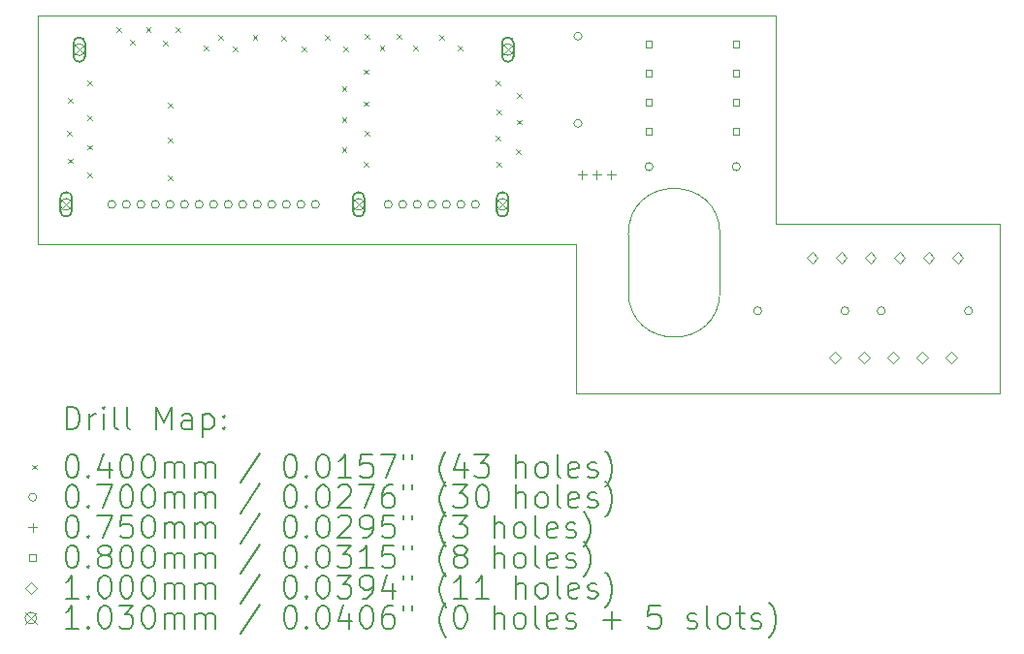
<source format=gbr>
%TF.GenerationSoftware,KiCad,Pcbnew,7.0.8*%
%TF.CreationDate,2023-10-16T22:15:18+02:00*%
%TF.ProjectId,sata_caddy,73617461-5f63-4616-9464-792e6b696361,rev?*%
%TF.SameCoordinates,Original*%
%TF.FileFunction,Drillmap*%
%TF.FilePolarity,Positive*%
%FSLAX45Y45*%
G04 Gerber Fmt 4.5, Leading zero omitted, Abs format (unit mm)*
G04 Created by KiCad (PCBNEW 7.0.8) date 2023-10-16 22:15:18*
%MOMM*%
%LPD*%
G01*
G04 APERTURE LIST*
%ADD10C,0.100000*%
%ADD11C,0.200000*%
%ADD12C,0.040000*%
%ADD13C,0.070000*%
%ADD14C,0.075000*%
%ADD15C,0.080000*%
%ADD16C,0.103000*%
G04 APERTURE END LIST*
D10*
X7460000Y-4910000D02*
G75*
G03*
X6660000Y-4910000I-400000J0D01*
G01*
X7460000Y-4910000D02*
X7460000Y-5410000D01*
X6660000Y-5410000D02*
G75*
G03*
X7460000Y-5410000I400000J0D01*
G01*
X6200000Y-5000000D02*
X6200000Y-6300000D01*
X6200000Y-5000000D02*
X1500000Y-5000000D01*
X9900000Y-4820000D02*
X7950000Y-4820000D01*
X6660000Y-4910000D02*
X6660000Y-5410000D01*
X7680000Y-3000000D02*
X7950000Y-3000000D01*
X1500000Y-5000000D02*
X1500000Y-3000000D01*
X9900000Y-6300000D02*
X9900000Y-4820000D01*
X6200000Y-6300000D02*
X9900000Y-6300000D01*
X1500000Y-3000000D02*
X7680000Y-3000000D01*
X7950000Y-4820000D02*
X7950000Y-3000000D01*
D11*
D12*
X1760000Y-4010000D02*
X1800000Y-4050000D01*
X1800000Y-4010000D02*
X1760000Y-4050000D01*
X1770000Y-3720000D02*
X1810000Y-3760000D01*
X1810000Y-3720000D02*
X1770000Y-3760000D01*
X1770000Y-4250000D02*
X1810000Y-4290000D01*
X1810000Y-4250000D02*
X1770000Y-4290000D01*
X1940000Y-3570000D02*
X1980000Y-3610000D01*
X1980000Y-3570000D02*
X1940000Y-3610000D01*
X1940000Y-3870000D02*
X1980000Y-3910000D01*
X1980000Y-3870000D02*
X1940000Y-3910000D01*
X1940000Y-4130000D02*
X1980000Y-4170000D01*
X1980000Y-4130000D02*
X1940000Y-4170000D01*
X1940000Y-4370000D02*
X1980000Y-4410000D01*
X1980000Y-4370000D02*
X1940000Y-4410000D01*
X2190000Y-3100000D02*
X2230000Y-3140000D01*
X2230000Y-3100000D02*
X2190000Y-3140000D01*
X2310000Y-3210000D02*
X2350000Y-3250000D01*
X2350000Y-3210000D02*
X2310000Y-3250000D01*
X2450000Y-3100000D02*
X2490000Y-3140000D01*
X2490000Y-3100000D02*
X2450000Y-3140000D01*
X2600000Y-3220000D02*
X2640000Y-3260000D01*
X2640000Y-3220000D02*
X2600000Y-3260000D01*
X2640000Y-3760000D02*
X2680000Y-3800000D01*
X2680000Y-3760000D02*
X2640000Y-3800000D01*
X2640000Y-4070000D02*
X2680000Y-4110000D01*
X2680000Y-4070000D02*
X2640000Y-4110000D01*
X2640000Y-4400000D02*
X2680000Y-4440000D01*
X2680000Y-4400000D02*
X2640000Y-4440000D01*
X2710000Y-3100000D02*
X2750000Y-3140000D01*
X2750000Y-3100000D02*
X2710000Y-3140000D01*
X2950000Y-3260000D02*
X2990000Y-3300000D01*
X2990000Y-3260000D02*
X2950000Y-3300000D01*
X3080000Y-3170000D02*
X3120000Y-3210000D01*
X3120000Y-3170000D02*
X3080000Y-3210000D01*
X3210000Y-3270000D02*
X3250000Y-3310000D01*
X3250000Y-3270000D02*
X3210000Y-3310000D01*
X3380000Y-3170000D02*
X3420000Y-3210000D01*
X3420000Y-3170000D02*
X3380000Y-3210000D01*
X3630000Y-3180000D02*
X3670000Y-3220000D01*
X3670000Y-3180000D02*
X3630000Y-3220000D01*
X3810000Y-3270000D02*
X3850000Y-3310000D01*
X3850000Y-3270000D02*
X3810000Y-3310000D01*
X4010000Y-3170000D02*
X4050000Y-3210000D01*
X4050000Y-3170000D02*
X4010000Y-3210000D01*
X4160000Y-3620000D02*
X4200000Y-3660000D01*
X4200000Y-3620000D02*
X4160000Y-3660000D01*
X4160000Y-3890000D02*
X4200000Y-3930000D01*
X4200000Y-3890000D02*
X4160000Y-3930000D01*
X4160000Y-4150000D02*
X4200000Y-4190000D01*
X4200000Y-4150000D02*
X4160000Y-4190000D01*
X4170000Y-3270000D02*
X4210000Y-3310000D01*
X4210000Y-3270000D02*
X4170000Y-3310000D01*
X4350000Y-3470000D02*
X4390000Y-3510000D01*
X4390000Y-3470000D02*
X4350000Y-3510000D01*
X4350000Y-3750000D02*
X4390000Y-3790000D01*
X4390000Y-3750000D02*
X4350000Y-3790000D01*
X4350000Y-4280000D02*
X4390000Y-4320000D01*
X4390000Y-4280000D02*
X4350000Y-4320000D01*
X4360000Y-3160000D02*
X4400000Y-3200000D01*
X4400000Y-3160000D02*
X4360000Y-3200000D01*
X4360000Y-4010000D02*
X4400000Y-4050000D01*
X4400000Y-4010000D02*
X4360000Y-4050000D01*
X4490000Y-3260000D02*
X4530000Y-3300000D01*
X4530000Y-3260000D02*
X4490000Y-3300000D01*
X4640000Y-3160000D02*
X4680000Y-3200000D01*
X4680000Y-3160000D02*
X4640000Y-3200000D01*
X4780000Y-3260000D02*
X4820000Y-3300000D01*
X4820000Y-3260000D02*
X4780000Y-3300000D01*
X5010000Y-3170000D02*
X5050000Y-3210000D01*
X5050000Y-3170000D02*
X5010000Y-3210000D01*
X5170000Y-3260000D02*
X5210000Y-3300000D01*
X5210000Y-3260000D02*
X5170000Y-3300000D01*
X5500000Y-3570000D02*
X5540000Y-3610000D01*
X5540000Y-3570000D02*
X5500000Y-3610000D01*
X5500000Y-4050000D02*
X5540000Y-4090000D01*
X5540000Y-4050000D02*
X5500000Y-4090000D01*
X5510000Y-3820000D02*
X5550000Y-3860000D01*
X5550000Y-3820000D02*
X5510000Y-3860000D01*
X5510000Y-4280000D02*
X5550000Y-4320000D01*
X5550000Y-4280000D02*
X5510000Y-4320000D01*
X5680000Y-4170000D02*
X5720000Y-4210000D01*
X5720000Y-4170000D02*
X5680000Y-4210000D01*
X5690000Y-3680000D02*
X5730000Y-3720000D01*
X5730000Y-3680000D02*
X5690000Y-3720000D01*
X5690000Y-3910000D02*
X5730000Y-3950000D01*
X5730000Y-3910000D02*
X5690000Y-3950000D01*
D13*
X2184000Y-4650000D02*
G75*
G03*
X2184000Y-4650000I-35000J0D01*
G01*
X2311000Y-4650000D02*
G75*
G03*
X2311000Y-4650000I-35000J0D01*
G01*
X2438000Y-4650000D02*
G75*
G03*
X2438000Y-4650000I-35000J0D01*
G01*
X2565000Y-4650000D02*
G75*
G03*
X2565000Y-4650000I-35000J0D01*
G01*
X2692000Y-4650000D02*
G75*
G03*
X2692000Y-4650000I-35000J0D01*
G01*
X2819000Y-4650000D02*
G75*
G03*
X2819000Y-4650000I-35000J0D01*
G01*
X2946000Y-4650000D02*
G75*
G03*
X2946000Y-4650000I-35000J0D01*
G01*
X3073000Y-4650000D02*
G75*
G03*
X3073000Y-4650000I-35000J0D01*
G01*
X3200000Y-4650000D02*
G75*
G03*
X3200000Y-4650000I-35000J0D01*
G01*
X3327000Y-4650000D02*
G75*
G03*
X3327000Y-4650000I-35000J0D01*
G01*
X3454000Y-4650000D02*
G75*
G03*
X3454000Y-4650000I-35000J0D01*
G01*
X3581000Y-4650000D02*
G75*
G03*
X3581000Y-4650000I-35000J0D01*
G01*
X3708000Y-4650000D02*
G75*
G03*
X3708000Y-4650000I-35000J0D01*
G01*
X3835000Y-4650000D02*
G75*
G03*
X3835000Y-4650000I-35000J0D01*
G01*
X3962000Y-4650000D02*
G75*
G03*
X3962000Y-4650000I-35000J0D01*
G01*
X4597000Y-4650000D02*
G75*
G03*
X4597000Y-4650000I-35000J0D01*
G01*
X4724000Y-4650000D02*
G75*
G03*
X4724000Y-4650000I-35000J0D01*
G01*
X4851000Y-4650000D02*
G75*
G03*
X4851000Y-4650000I-35000J0D01*
G01*
X4978000Y-4650000D02*
G75*
G03*
X4978000Y-4650000I-35000J0D01*
G01*
X5105000Y-4650000D02*
G75*
G03*
X5105000Y-4650000I-35000J0D01*
G01*
X5232000Y-4650000D02*
G75*
G03*
X5232000Y-4650000I-35000J0D01*
G01*
X5359000Y-4650000D02*
G75*
G03*
X5359000Y-4650000I-35000J0D01*
G01*
X6255000Y-3180000D02*
G75*
G03*
X6255000Y-3180000I-35000J0D01*
G01*
X6255000Y-3942000D02*
G75*
G03*
X6255000Y-3942000I-35000J0D01*
G01*
X6875000Y-4320000D02*
G75*
G03*
X6875000Y-4320000I-35000J0D01*
G01*
X7637000Y-4320000D02*
G75*
G03*
X7637000Y-4320000I-35000J0D01*
G01*
X7824000Y-5580000D02*
G75*
G03*
X7824000Y-5580000I-35000J0D01*
G01*
X8586000Y-5580000D02*
G75*
G03*
X8586000Y-5580000I-35000J0D01*
G01*
X8903000Y-5580000D02*
G75*
G03*
X8903000Y-5580000I-35000J0D01*
G01*
X9665000Y-5580000D02*
G75*
G03*
X9665000Y-5580000I-35000J0D01*
G01*
D14*
X6256000Y-4352500D02*
X6256000Y-4427500D01*
X6218500Y-4390000D02*
X6293500Y-4390000D01*
X6383000Y-4352500D02*
X6383000Y-4427500D01*
X6345500Y-4390000D02*
X6420500Y-4390000D01*
X6510000Y-4352500D02*
X6510000Y-4427500D01*
X6472500Y-4390000D02*
X6547500Y-4390000D01*
D15*
X6866284Y-3276284D02*
X6866284Y-3219715D01*
X6809715Y-3219715D01*
X6809715Y-3276284D01*
X6866284Y-3276284D01*
X6866284Y-3530284D02*
X6866284Y-3473715D01*
X6809715Y-3473715D01*
X6809715Y-3530284D01*
X6866284Y-3530284D01*
X6866284Y-3784284D02*
X6866284Y-3727715D01*
X6809715Y-3727715D01*
X6809715Y-3784284D01*
X6866284Y-3784284D01*
X6866284Y-4038284D02*
X6866284Y-3981715D01*
X6809715Y-3981715D01*
X6809715Y-4038284D01*
X6866284Y-4038284D01*
X7628284Y-3276284D02*
X7628284Y-3219715D01*
X7571715Y-3219715D01*
X7571715Y-3276284D01*
X7628284Y-3276284D01*
X7628284Y-3530284D02*
X7628284Y-3473715D01*
X7571715Y-3473715D01*
X7571715Y-3530284D01*
X7628284Y-3530284D01*
X7628284Y-3784284D02*
X7628284Y-3727715D01*
X7571715Y-3727715D01*
X7571715Y-3784284D01*
X7628284Y-3784284D01*
X7628284Y-4038284D02*
X7628284Y-3981715D01*
X7571715Y-3981715D01*
X7571715Y-4038284D01*
X7628284Y-4038284D01*
D10*
X8265000Y-5167500D02*
X8315000Y-5117500D01*
X8265000Y-5067500D01*
X8215000Y-5117500D01*
X8265000Y-5167500D01*
X8462000Y-6040000D02*
X8512000Y-5990000D01*
X8462000Y-5940000D01*
X8412000Y-5990000D01*
X8462000Y-6040000D01*
X8519000Y-5167500D02*
X8569000Y-5117500D01*
X8519000Y-5067500D01*
X8469000Y-5117500D01*
X8519000Y-5167500D01*
X8716000Y-6040000D02*
X8766000Y-5990000D01*
X8716000Y-5940000D01*
X8666000Y-5990000D01*
X8716000Y-6040000D01*
X8773000Y-5167500D02*
X8823000Y-5117500D01*
X8773000Y-5067500D01*
X8723000Y-5117500D01*
X8773000Y-5167500D01*
X8970000Y-6040000D02*
X9020000Y-5990000D01*
X8970000Y-5940000D01*
X8920000Y-5990000D01*
X8970000Y-6040000D01*
X9027000Y-5167500D02*
X9077000Y-5117500D01*
X9027000Y-5067500D01*
X8977000Y-5117500D01*
X9027000Y-5167500D01*
X9224000Y-6040000D02*
X9274000Y-5990000D01*
X9224000Y-5940000D01*
X9174000Y-5990000D01*
X9224000Y-6040000D01*
X9281000Y-5167500D02*
X9331000Y-5117500D01*
X9281000Y-5067500D01*
X9231000Y-5117500D01*
X9281000Y-5167500D01*
X9478000Y-6040000D02*
X9528000Y-5990000D01*
X9478000Y-5940000D01*
X9428000Y-5990000D01*
X9478000Y-6040000D01*
X9535000Y-5167500D02*
X9585000Y-5117500D01*
X9535000Y-5067500D01*
X9485000Y-5117500D01*
X9535000Y-5167500D01*
D16*
X1700000Y-4598500D02*
X1803000Y-4701500D01*
X1803000Y-4598500D02*
X1700000Y-4701500D01*
X1803000Y-4650000D02*
G75*
G03*
X1803000Y-4650000I-51500J0D01*
G01*
D11*
X1700000Y-4594500D02*
X1700000Y-4705500D01*
X1700000Y-4705500D02*
G75*
G03*
X1803000Y-4705500I51500J0D01*
G01*
X1803000Y-4705500D02*
X1803000Y-4594500D01*
X1803000Y-4594500D02*
G75*
G03*
X1700000Y-4594500I-51500J0D01*
G01*
D16*
X1814000Y-3246000D02*
X1917000Y-3349000D01*
X1917000Y-3246000D02*
X1814000Y-3349000D01*
X1917000Y-3297500D02*
G75*
G03*
X1917000Y-3297500I-51500J0D01*
G01*
D11*
X1814000Y-3242000D02*
X1814000Y-3353000D01*
X1814000Y-3353000D02*
G75*
G03*
X1917000Y-3353000I51500J0D01*
G01*
X1917000Y-3353000D02*
X1917000Y-3242000D01*
X1917000Y-3242000D02*
G75*
G03*
X1814000Y-3242000I-51500J0D01*
G01*
D16*
X4253000Y-4598500D02*
X4356000Y-4701500D01*
X4356000Y-4598500D02*
X4253000Y-4701500D01*
X4356000Y-4650000D02*
G75*
G03*
X4356000Y-4650000I-51500J0D01*
G01*
D11*
X4253000Y-4594500D02*
X4253000Y-4705500D01*
X4253000Y-4705500D02*
G75*
G03*
X4356000Y-4705500I51500J0D01*
G01*
X4356000Y-4705500D02*
X4356000Y-4594500D01*
X4356000Y-4594500D02*
G75*
G03*
X4253000Y-4594500I-51500J0D01*
G01*
D16*
X5510000Y-4598500D02*
X5613000Y-4701500D01*
X5613000Y-4598500D02*
X5510000Y-4701500D01*
X5613000Y-4650000D02*
G75*
G03*
X5613000Y-4650000I-51500J0D01*
G01*
D11*
X5510000Y-4594500D02*
X5510000Y-4705500D01*
X5510000Y-4705500D02*
G75*
G03*
X5613000Y-4705500I51500J0D01*
G01*
X5613000Y-4705500D02*
X5613000Y-4594500D01*
X5613000Y-4594500D02*
G75*
G03*
X5510000Y-4594500I-51500J0D01*
G01*
D16*
X5556000Y-3246000D02*
X5659000Y-3349000D01*
X5659000Y-3246000D02*
X5556000Y-3349000D01*
X5659000Y-3297500D02*
G75*
G03*
X5659000Y-3297500I-51500J0D01*
G01*
D11*
X5556000Y-3242000D02*
X5556000Y-3353000D01*
X5556000Y-3353000D02*
G75*
G03*
X5659000Y-3353000I51500J0D01*
G01*
X5659000Y-3353000D02*
X5659000Y-3242000D01*
X5659000Y-3242000D02*
G75*
G03*
X5556000Y-3242000I-51500J0D01*
G01*
X1755777Y-6616484D02*
X1755777Y-6416484D01*
X1755777Y-6416484D02*
X1803396Y-6416484D01*
X1803396Y-6416484D02*
X1831967Y-6426008D01*
X1831967Y-6426008D02*
X1851015Y-6445055D01*
X1851015Y-6445055D02*
X1860539Y-6464103D01*
X1860539Y-6464103D02*
X1870062Y-6502198D01*
X1870062Y-6502198D02*
X1870062Y-6530769D01*
X1870062Y-6530769D02*
X1860539Y-6568865D01*
X1860539Y-6568865D02*
X1851015Y-6587912D01*
X1851015Y-6587912D02*
X1831967Y-6606960D01*
X1831967Y-6606960D02*
X1803396Y-6616484D01*
X1803396Y-6616484D02*
X1755777Y-6616484D01*
X1955777Y-6616484D02*
X1955777Y-6483150D01*
X1955777Y-6521246D02*
X1965301Y-6502198D01*
X1965301Y-6502198D02*
X1974824Y-6492674D01*
X1974824Y-6492674D02*
X1993872Y-6483150D01*
X1993872Y-6483150D02*
X2012920Y-6483150D01*
X2079586Y-6616484D02*
X2079586Y-6483150D01*
X2079586Y-6416484D02*
X2070062Y-6426008D01*
X2070062Y-6426008D02*
X2079586Y-6435531D01*
X2079586Y-6435531D02*
X2089110Y-6426008D01*
X2089110Y-6426008D02*
X2079586Y-6416484D01*
X2079586Y-6416484D02*
X2079586Y-6435531D01*
X2203396Y-6616484D02*
X2184348Y-6606960D01*
X2184348Y-6606960D02*
X2174824Y-6587912D01*
X2174824Y-6587912D02*
X2174824Y-6416484D01*
X2308158Y-6616484D02*
X2289110Y-6606960D01*
X2289110Y-6606960D02*
X2279586Y-6587912D01*
X2279586Y-6587912D02*
X2279586Y-6416484D01*
X2536729Y-6616484D02*
X2536729Y-6416484D01*
X2536729Y-6416484D02*
X2603396Y-6559341D01*
X2603396Y-6559341D02*
X2670063Y-6416484D01*
X2670063Y-6416484D02*
X2670063Y-6616484D01*
X2851015Y-6616484D02*
X2851015Y-6511722D01*
X2851015Y-6511722D02*
X2841491Y-6492674D01*
X2841491Y-6492674D02*
X2822443Y-6483150D01*
X2822443Y-6483150D02*
X2784348Y-6483150D01*
X2784348Y-6483150D02*
X2765301Y-6492674D01*
X2851015Y-6606960D02*
X2831967Y-6616484D01*
X2831967Y-6616484D02*
X2784348Y-6616484D01*
X2784348Y-6616484D02*
X2765301Y-6606960D01*
X2765301Y-6606960D02*
X2755777Y-6587912D01*
X2755777Y-6587912D02*
X2755777Y-6568865D01*
X2755777Y-6568865D02*
X2765301Y-6549817D01*
X2765301Y-6549817D02*
X2784348Y-6540293D01*
X2784348Y-6540293D02*
X2831967Y-6540293D01*
X2831967Y-6540293D02*
X2851015Y-6530769D01*
X2946253Y-6483150D02*
X2946253Y-6683150D01*
X2946253Y-6492674D02*
X2965301Y-6483150D01*
X2965301Y-6483150D02*
X3003396Y-6483150D01*
X3003396Y-6483150D02*
X3022443Y-6492674D01*
X3022443Y-6492674D02*
X3031967Y-6502198D01*
X3031967Y-6502198D02*
X3041491Y-6521246D01*
X3041491Y-6521246D02*
X3041491Y-6578388D01*
X3041491Y-6578388D02*
X3031967Y-6597436D01*
X3031967Y-6597436D02*
X3022443Y-6606960D01*
X3022443Y-6606960D02*
X3003396Y-6616484D01*
X3003396Y-6616484D02*
X2965301Y-6616484D01*
X2965301Y-6616484D02*
X2946253Y-6606960D01*
X3127205Y-6597436D02*
X3136729Y-6606960D01*
X3136729Y-6606960D02*
X3127205Y-6616484D01*
X3127205Y-6616484D02*
X3117682Y-6606960D01*
X3117682Y-6606960D02*
X3127205Y-6597436D01*
X3127205Y-6597436D02*
X3127205Y-6616484D01*
X3127205Y-6492674D02*
X3136729Y-6502198D01*
X3136729Y-6502198D02*
X3127205Y-6511722D01*
X3127205Y-6511722D02*
X3117682Y-6502198D01*
X3117682Y-6502198D02*
X3127205Y-6492674D01*
X3127205Y-6492674D02*
X3127205Y-6511722D01*
D12*
X1455000Y-6925000D02*
X1495000Y-6965000D01*
X1495000Y-6925000D02*
X1455000Y-6965000D01*
D11*
X1793872Y-6836484D02*
X1812920Y-6836484D01*
X1812920Y-6836484D02*
X1831967Y-6846008D01*
X1831967Y-6846008D02*
X1841491Y-6855531D01*
X1841491Y-6855531D02*
X1851015Y-6874579D01*
X1851015Y-6874579D02*
X1860539Y-6912674D01*
X1860539Y-6912674D02*
X1860539Y-6960293D01*
X1860539Y-6960293D02*
X1851015Y-6998388D01*
X1851015Y-6998388D02*
X1841491Y-7017436D01*
X1841491Y-7017436D02*
X1831967Y-7026960D01*
X1831967Y-7026960D02*
X1812920Y-7036484D01*
X1812920Y-7036484D02*
X1793872Y-7036484D01*
X1793872Y-7036484D02*
X1774824Y-7026960D01*
X1774824Y-7026960D02*
X1765301Y-7017436D01*
X1765301Y-7017436D02*
X1755777Y-6998388D01*
X1755777Y-6998388D02*
X1746253Y-6960293D01*
X1746253Y-6960293D02*
X1746253Y-6912674D01*
X1746253Y-6912674D02*
X1755777Y-6874579D01*
X1755777Y-6874579D02*
X1765301Y-6855531D01*
X1765301Y-6855531D02*
X1774824Y-6846008D01*
X1774824Y-6846008D02*
X1793872Y-6836484D01*
X1946253Y-7017436D02*
X1955777Y-7026960D01*
X1955777Y-7026960D02*
X1946253Y-7036484D01*
X1946253Y-7036484D02*
X1936729Y-7026960D01*
X1936729Y-7026960D02*
X1946253Y-7017436D01*
X1946253Y-7017436D02*
X1946253Y-7036484D01*
X2127205Y-6903150D02*
X2127205Y-7036484D01*
X2079586Y-6826960D02*
X2031967Y-6969817D01*
X2031967Y-6969817D02*
X2155777Y-6969817D01*
X2270063Y-6836484D02*
X2289110Y-6836484D01*
X2289110Y-6836484D02*
X2308158Y-6846008D01*
X2308158Y-6846008D02*
X2317682Y-6855531D01*
X2317682Y-6855531D02*
X2327205Y-6874579D01*
X2327205Y-6874579D02*
X2336729Y-6912674D01*
X2336729Y-6912674D02*
X2336729Y-6960293D01*
X2336729Y-6960293D02*
X2327205Y-6998388D01*
X2327205Y-6998388D02*
X2317682Y-7017436D01*
X2317682Y-7017436D02*
X2308158Y-7026960D01*
X2308158Y-7026960D02*
X2289110Y-7036484D01*
X2289110Y-7036484D02*
X2270063Y-7036484D01*
X2270063Y-7036484D02*
X2251015Y-7026960D01*
X2251015Y-7026960D02*
X2241491Y-7017436D01*
X2241491Y-7017436D02*
X2231967Y-6998388D01*
X2231967Y-6998388D02*
X2222444Y-6960293D01*
X2222444Y-6960293D02*
X2222444Y-6912674D01*
X2222444Y-6912674D02*
X2231967Y-6874579D01*
X2231967Y-6874579D02*
X2241491Y-6855531D01*
X2241491Y-6855531D02*
X2251015Y-6846008D01*
X2251015Y-6846008D02*
X2270063Y-6836484D01*
X2460539Y-6836484D02*
X2479586Y-6836484D01*
X2479586Y-6836484D02*
X2498634Y-6846008D01*
X2498634Y-6846008D02*
X2508158Y-6855531D01*
X2508158Y-6855531D02*
X2517682Y-6874579D01*
X2517682Y-6874579D02*
X2527205Y-6912674D01*
X2527205Y-6912674D02*
X2527205Y-6960293D01*
X2527205Y-6960293D02*
X2517682Y-6998388D01*
X2517682Y-6998388D02*
X2508158Y-7017436D01*
X2508158Y-7017436D02*
X2498634Y-7026960D01*
X2498634Y-7026960D02*
X2479586Y-7036484D01*
X2479586Y-7036484D02*
X2460539Y-7036484D01*
X2460539Y-7036484D02*
X2441491Y-7026960D01*
X2441491Y-7026960D02*
X2431967Y-7017436D01*
X2431967Y-7017436D02*
X2422444Y-6998388D01*
X2422444Y-6998388D02*
X2412920Y-6960293D01*
X2412920Y-6960293D02*
X2412920Y-6912674D01*
X2412920Y-6912674D02*
X2422444Y-6874579D01*
X2422444Y-6874579D02*
X2431967Y-6855531D01*
X2431967Y-6855531D02*
X2441491Y-6846008D01*
X2441491Y-6846008D02*
X2460539Y-6836484D01*
X2612920Y-7036484D02*
X2612920Y-6903150D01*
X2612920Y-6922198D02*
X2622444Y-6912674D01*
X2622444Y-6912674D02*
X2641491Y-6903150D01*
X2641491Y-6903150D02*
X2670063Y-6903150D01*
X2670063Y-6903150D02*
X2689110Y-6912674D01*
X2689110Y-6912674D02*
X2698634Y-6931722D01*
X2698634Y-6931722D02*
X2698634Y-7036484D01*
X2698634Y-6931722D02*
X2708158Y-6912674D01*
X2708158Y-6912674D02*
X2727205Y-6903150D01*
X2727205Y-6903150D02*
X2755777Y-6903150D01*
X2755777Y-6903150D02*
X2774825Y-6912674D01*
X2774825Y-6912674D02*
X2784348Y-6931722D01*
X2784348Y-6931722D02*
X2784348Y-7036484D01*
X2879586Y-7036484D02*
X2879586Y-6903150D01*
X2879586Y-6922198D02*
X2889110Y-6912674D01*
X2889110Y-6912674D02*
X2908158Y-6903150D01*
X2908158Y-6903150D02*
X2936729Y-6903150D01*
X2936729Y-6903150D02*
X2955777Y-6912674D01*
X2955777Y-6912674D02*
X2965301Y-6931722D01*
X2965301Y-6931722D02*
X2965301Y-7036484D01*
X2965301Y-6931722D02*
X2974824Y-6912674D01*
X2974824Y-6912674D02*
X2993872Y-6903150D01*
X2993872Y-6903150D02*
X3022443Y-6903150D01*
X3022443Y-6903150D02*
X3041491Y-6912674D01*
X3041491Y-6912674D02*
X3051015Y-6931722D01*
X3051015Y-6931722D02*
X3051015Y-7036484D01*
X3441491Y-6826960D02*
X3270063Y-7084103D01*
X3698634Y-6836484D02*
X3717682Y-6836484D01*
X3717682Y-6836484D02*
X3736729Y-6846008D01*
X3736729Y-6846008D02*
X3746253Y-6855531D01*
X3746253Y-6855531D02*
X3755777Y-6874579D01*
X3755777Y-6874579D02*
X3765301Y-6912674D01*
X3765301Y-6912674D02*
X3765301Y-6960293D01*
X3765301Y-6960293D02*
X3755777Y-6998388D01*
X3755777Y-6998388D02*
X3746253Y-7017436D01*
X3746253Y-7017436D02*
X3736729Y-7026960D01*
X3736729Y-7026960D02*
X3717682Y-7036484D01*
X3717682Y-7036484D02*
X3698634Y-7036484D01*
X3698634Y-7036484D02*
X3679586Y-7026960D01*
X3679586Y-7026960D02*
X3670063Y-7017436D01*
X3670063Y-7017436D02*
X3660539Y-6998388D01*
X3660539Y-6998388D02*
X3651015Y-6960293D01*
X3651015Y-6960293D02*
X3651015Y-6912674D01*
X3651015Y-6912674D02*
X3660539Y-6874579D01*
X3660539Y-6874579D02*
X3670063Y-6855531D01*
X3670063Y-6855531D02*
X3679586Y-6846008D01*
X3679586Y-6846008D02*
X3698634Y-6836484D01*
X3851015Y-7017436D02*
X3860539Y-7026960D01*
X3860539Y-7026960D02*
X3851015Y-7036484D01*
X3851015Y-7036484D02*
X3841491Y-7026960D01*
X3841491Y-7026960D02*
X3851015Y-7017436D01*
X3851015Y-7017436D02*
X3851015Y-7036484D01*
X3984348Y-6836484D02*
X4003396Y-6836484D01*
X4003396Y-6836484D02*
X4022444Y-6846008D01*
X4022444Y-6846008D02*
X4031967Y-6855531D01*
X4031967Y-6855531D02*
X4041491Y-6874579D01*
X4041491Y-6874579D02*
X4051015Y-6912674D01*
X4051015Y-6912674D02*
X4051015Y-6960293D01*
X4051015Y-6960293D02*
X4041491Y-6998388D01*
X4041491Y-6998388D02*
X4031967Y-7017436D01*
X4031967Y-7017436D02*
X4022444Y-7026960D01*
X4022444Y-7026960D02*
X4003396Y-7036484D01*
X4003396Y-7036484D02*
X3984348Y-7036484D01*
X3984348Y-7036484D02*
X3965301Y-7026960D01*
X3965301Y-7026960D02*
X3955777Y-7017436D01*
X3955777Y-7017436D02*
X3946253Y-6998388D01*
X3946253Y-6998388D02*
X3936729Y-6960293D01*
X3936729Y-6960293D02*
X3936729Y-6912674D01*
X3936729Y-6912674D02*
X3946253Y-6874579D01*
X3946253Y-6874579D02*
X3955777Y-6855531D01*
X3955777Y-6855531D02*
X3965301Y-6846008D01*
X3965301Y-6846008D02*
X3984348Y-6836484D01*
X4241491Y-7036484D02*
X4127206Y-7036484D01*
X4184348Y-7036484D02*
X4184348Y-6836484D01*
X4184348Y-6836484D02*
X4165301Y-6865055D01*
X4165301Y-6865055D02*
X4146253Y-6884103D01*
X4146253Y-6884103D02*
X4127206Y-6893627D01*
X4422444Y-6836484D02*
X4327206Y-6836484D01*
X4327206Y-6836484D02*
X4317682Y-6931722D01*
X4317682Y-6931722D02*
X4327206Y-6922198D01*
X4327206Y-6922198D02*
X4346253Y-6912674D01*
X4346253Y-6912674D02*
X4393872Y-6912674D01*
X4393872Y-6912674D02*
X4412920Y-6922198D01*
X4412920Y-6922198D02*
X4422444Y-6931722D01*
X4422444Y-6931722D02*
X4431968Y-6950769D01*
X4431968Y-6950769D02*
X4431968Y-6998388D01*
X4431968Y-6998388D02*
X4422444Y-7017436D01*
X4422444Y-7017436D02*
X4412920Y-7026960D01*
X4412920Y-7026960D02*
X4393872Y-7036484D01*
X4393872Y-7036484D02*
X4346253Y-7036484D01*
X4346253Y-7036484D02*
X4327206Y-7026960D01*
X4327206Y-7026960D02*
X4317682Y-7017436D01*
X4498634Y-6836484D02*
X4631968Y-6836484D01*
X4631968Y-6836484D02*
X4546253Y-7036484D01*
X4698634Y-6836484D02*
X4698634Y-6874579D01*
X4774825Y-6836484D02*
X4774825Y-6874579D01*
X5070063Y-7112674D02*
X5060539Y-7103150D01*
X5060539Y-7103150D02*
X5041491Y-7074579D01*
X5041491Y-7074579D02*
X5031968Y-7055531D01*
X5031968Y-7055531D02*
X5022444Y-7026960D01*
X5022444Y-7026960D02*
X5012920Y-6979341D01*
X5012920Y-6979341D02*
X5012920Y-6941246D01*
X5012920Y-6941246D02*
X5022444Y-6893627D01*
X5022444Y-6893627D02*
X5031968Y-6865055D01*
X5031968Y-6865055D02*
X5041491Y-6846008D01*
X5041491Y-6846008D02*
X5060539Y-6817436D01*
X5060539Y-6817436D02*
X5070063Y-6807912D01*
X5231968Y-6903150D02*
X5231968Y-7036484D01*
X5184349Y-6826960D02*
X5136730Y-6969817D01*
X5136730Y-6969817D02*
X5260539Y-6969817D01*
X5317682Y-6836484D02*
X5441491Y-6836484D01*
X5441491Y-6836484D02*
X5374825Y-6912674D01*
X5374825Y-6912674D02*
X5403396Y-6912674D01*
X5403396Y-6912674D02*
X5422444Y-6922198D01*
X5422444Y-6922198D02*
X5431968Y-6931722D01*
X5431968Y-6931722D02*
X5441491Y-6950769D01*
X5441491Y-6950769D02*
X5441491Y-6998388D01*
X5441491Y-6998388D02*
X5431968Y-7017436D01*
X5431968Y-7017436D02*
X5422444Y-7026960D01*
X5422444Y-7026960D02*
X5403396Y-7036484D01*
X5403396Y-7036484D02*
X5346253Y-7036484D01*
X5346253Y-7036484D02*
X5327206Y-7026960D01*
X5327206Y-7026960D02*
X5317682Y-7017436D01*
X5679587Y-7036484D02*
X5679587Y-6836484D01*
X5765301Y-7036484D02*
X5765301Y-6931722D01*
X5765301Y-6931722D02*
X5755777Y-6912674D01*
X5755777Y-6912674D02*
X5736730Y-6903150D01*
X5736730Y-6903150D02*
X5708158Y-6903150D01*
X5708158Y-6903150D02*
X5689110Y-6912674D01*
X5689110Y-6912674D02*
X5679587Y-6922198D01*
X5889110Y-7036484D02*
X5870063Y-7026960D01*
X5870063Y-7026960D02*
X5860539Y-7017436D01*
X5860539Y-7017436D02*
X5851015Y-6998388D01*
X5851015Y-6998388D02*
X5851015Y-6941246D01*
X5851015Y-6941246D02*
X5860539Y-6922198D01*
X5860539Y-6922198D02*
X5870063Y-6912674D01*
X5870063Y-6912674D02*
X5889110Y-6903150D01*
X5889110Y-6903150D02*
X5917682Y-6903150D01*
X5917682Y-6903150D02*
X5936730Y-6912674D01*
X5936730Y-6912674D02*
X5946253Y-6922198D01*
X5946253Y-6922198D02*
X5955777Y-6941246D01*
X5955777Y-6941246D02*
X5955777Y-6998388D01*
X5955777Y-6998388D02*
X5946253Y-7017436D01*
X5946253Y-7017436D02*
X5936730Y-7026960D01*
X5936730Y-7026960D02*
X5917682Y-7036484D01*
X5917682Y-7036484D02*
X5889110Y-7036484D01*
X6070063Y-7036484D02*
X6051015Y-7026960D01*
X6051015Y-7026960D02*
X6041491Y-7007912D01*
X6041491Y-7007912D02*
X6041491Y-6836484D01*
X6222444Y-7026960D02*
X6203396Y-7036484D01*
X6203396Y-7036484D02*
X6165301Y-7036484D01*
X6165301Y-7036484D02*
X6146253Y-7026960D01*
X6146253Y-7026960D02*
X6136730Y-7007912D01*
X6136730Y-7007912D02*
X6136730Y-6931722D01*
X6136730Y-6931722D02*
X6146253Y-6912674D01*
X6146253Y-6912674D02*
X6165301Y-6903150D01*
X6165301Y-6903150D02*
X6203396Y-6903150D01*
X6203396Y-6903150D02*
X6222444Y-6912674D01*
X6222444Y-6912674D02*
X6231968Y-6931722D01*
X6231968Y-6931722D02*
X6231968Y-6950769D01*
X6231968Y-6950769D02*
X6136730Y-6969817D01*
X6308158Y-7026960D02*
X6327206Y-7036484D01*
X6327206Y-7036484D02*
X6365301Y-7036484D01*
X6365301Y-7036484D02*
X6384349Y-7026960D01*
X6384349Y-7026960D02*
X6393872Y-7007912D01*
X6393872Y-7007912D02*
X6393872Y-6998388D01*
X6393872Y-6998388D02*
X6384349Y-6979341D01*
X6384349Y-6979341D02*
X6365301Y-6969817D01*
X6365301Y-6969817D02*
X6336730Y-6969817D01*
X6336730Y-6969817D02*
X6317682Y-6960293D01*
X6317682Y-6960293D02*
X6308158Y-6941246D01*
X6308158Y-6941246D02*
X6308158Y-6931722D01*
X6308158Y-6931722D02*
X6317682Y-6912674D01*
X6317682Y-6912674D02*
X6336730Y-6903150D01*
X6336730Y-6903150D02*
X6365301Y-6903150D01*
X6365301Y-6903150D02*
X6384349Y-6912674D01*
X6460539Y-7112674D02*
X6470063Y-7103150D01*
X6470063Y-7103150D02*
X6489111Y-7074579D01*
X6489111Y-7074579D02*
X6498634Y-7055531D01*
X6498634Y-7055531D02*
X6508158Y-7026960D01*
X6508158Y-7026960D02*
X6517682Y-6979341D01*
X6517682Y-6979341D02*
X6517682Y-6941246D01*
X6517682Y-6941246D02*
X6508158Y-6893627D01*
X6508158Y-6893627D02*
X6498634Y-6865055D01*
X6498634Y-6865055D02*
X6489111Y-6846008D01*
X6489111Y-6846008D02*
X6470063Y-6817436D01*
X6470063Y-6817436D02*
X6460539Y-6807912D01*
D13*
X1495000Y-7209000D02*
G75*
G03*
X1495000Y-7209000I-35000J0D01*
G01*
D11*
X1793872Y-7100484D02*
X1812920Y-7100484D01*
X1812920Y-7100484D02*
X1831967Y-7110008D01*
X1831967Y-7110008D02*
X1841491Y-7119531D01*
X1841491Y-7119531D02*
X1851015Y-7138579D01*
X1851015Y-7138579D02*
X1860539Y-7176674D01*
X1860539Y-7176674D02*
X1860539Y-7224293D01*
X1860539Y-7224293D02*
X1851015Y-7262388D01*
X1851015Y-7262388D02*
X1841491Y-7281436D01*
X1841491Y-7281436D02*
X1831967Y-7290960D01*
X1831967Y-7290960D02*
X1812920Y-7300484D01*
X1812920Y-7300484D02*
X1793872Y-7300484D01*
X1793872Y-7300484D02*
X1774824Y-7290960D01*
X1774824Y-7290960D02*
X1765301Y-7281436D01*
X1765301Y-7281436D02*
X1755777Y-7262388D01*
X1755777Y-7262388D02*
X1746253Y-7224293D01*
X1746253Y-7224293D02*
X1746253Y-7176674D01*
X1746253Y-7176674D02*
X1755777Y-7138579D01*
X1755777Y-7138579D02*
X1765301Y-7119531D01*
X1765301Y-7119531D02*
X1774824Y-7110008D01*
X1774824Y-7110008D02*
X1793872Y-7100484D01*
X1946253Y-7281436D02*
X1955777Y-7290960D01*
X1955777Y-7290960D02*
X1946253Y-7300484D01*
X1946253Y-7300484D02*
X1936729Y-7290960D01*
X1936729Y-7290960D02*
X1946253Y-7281436D01*
X1946253Y-7281436D02*
X1946253Y-7300484D01*
X2022443Y-7100484D02*
X2155777Y-7100484D01*
X2155777Y-7100484D02*
X2070062Y-7300484D01*
X2270063Y-7100484D02*
X2289110Y-7100484D01*
X2289110Y-7100484D02*
X2308158Y-7110008D01*
X2308158Y-7110008D02*
X2317682Y-7119531D01*
X2317682Y-7119531D02*
X2327205Y-7138579D01*
X2327205Y-7138579D02*
X2336729Y-7176674D01*
X2336729Y-7176674D02*
X2336729Y-7224293D01*
X2336729Y-7224293D02*
X2327205Y-7262388D01*
X2327205Y-7262388D02*
X2317682Y-7281436D01*
X2317682Y-7281436D02*
X2308158Y-7290960D01*
X2308158Y-7290960D02*
X2289110Y-7300484D01*
X2289110Y-7300484D02*
X2270063Y-7300484D01*
X2270063Y-7300484D02*
X2251015Y-7290960D01*
X2251015Y-7290960D02*
X2241491Y-7281436D01*
X2241491Y-7281436D02*
X2231967Y-7262388D01*
X2231967Y-7262388D02*
X2222444Y-7224293D01*
X2222444Y-7224293D02*
X2222444Y-7176674D01*
X2222444Y-7176674D02*
X2231967Y-7138579D01*
X2231967Y-7138579D02*
X2241491Y-7119531D01*
X2241491Y-7119531D02*
X2251015Y-7110008D01*
X2251015Y-7110008D02*
X2270063Y-7100484D01*
X2460539Y-7100484D02*
X2479586Y-7100484D01*
X2479586Y-7100484D02*
X2498634Y-7110008D01*
X2498634Y-7110008D02*
X2508158Y-7119531D01*
X2508158Y-7119531D02*
X2517682Y-7138579D01*
X2517682Y-7138579D02*
X2527205Y-7176674D01*
X2527205Y-7176674D02*
X2527205Y-7224293D01*
X2527205Y-7224293D02*
X2517682Y-7262388D01*
X2517682Y-7262388D02*
X2508158Y-7281436D01*
X2508158Y-7281436D02*
X2498634Y-7290960D01*
X2498634Y-7290960D02*
X2479586Y-7300484D01*
X2479586Y-7300484D02*
X2460539Y-7300484D01*
X2460539Y-7300484D02*
X2441491Y-7290960D01*
X2441491Y-7290960D02*
X2431967Y-7281436D01*
X2431967Y-7281436D02*
X2422444Y-7262388D01*
X2422444Y-7262388D02*
X2412920Y-7224293D01*
X2412920Y-7224293D02*
X2412920Y-7176674D01*
X2412920Y-7176674D02*
X2422444Y-7138579D01*
X2422444Y-7138579D02*
X2431967Y-7119531D01*
X2431967Y-7119531D02*
X2441491Y-7110008D01*
X2441491Y-7110008D02*
X2460539Y-7100484D01*
X2612920Y-7300484D02*
X2612920Y-7167150D01*
X2612920Y-7186198D02*
X2622444Y-7176674D01*
X2622444Y-7176674D02*
X2641491Y-7167150D01*
X2641491Y-7167150D02*
X2670063Y-7167150D01*
X2670063Y-7167150D02*
X2689110Y-7176674D01*
X2689110Y-7176674D02*
X2698634Y-7195722D01*
X2698634Y-7195722D02*
X2698634Y-7300484D01*
X2698634Y-7195722D02*
X2708158Y-7176674D01*
X2708158Y-7176674D02*
X2727205Y-7167150D01*
X2727205Y-7167150D02*
X2755777Y-7167150D01*
X2755777Y-7167150D02*
X2774825Y-7176674D01*
X2774825Y-7176674D02*
X2784348Y-7195722D01*
X2784348Y-7195722D02*
X2784348Y-7300484D01*
X2879586Y-7300484D02*
X2879586Y-7167150D01*
X2879586Y-7186198D02*
X2889110Y-7176674D01*
X2889110Y-7176674D02*
X2908158Y-7167150D01*
X2908158Y-7167150D02*
X2936729Y-7167150D01*
X2936729Y-7167150D02*
X2955777Y-7176674D01*
X2955777Y-7176674D02*
X2965301Y-7195722D01*
X2965301Y-7195722D02*
X2965301Y-7300484D01*
X2965301Y-7195722D02*
X2974824Y-7176674D01*
X2974824Y-7176674D02*
X2993872Y-7167150D01*
X2993872Y-7167150D02*
X3022443Y-7167150D01*
X3022443Y-7167150D02*
X3041491Y-7176674D01*
X3041491Y-7176674D02*
X3051015Y-7195722D01*
X3051015Y-7195722D02*
X3051015Y-7300484D01*
X3441491Y-7090960D02*
X3270063Y-7348103D01*
X3698634Y-7100484D02*
X3717682Y-7100484D01*
X3717682Y-7100484D02*
X3736729Y-7110008D01*
X3736729Y-7110008D02*
X3746253Y-7119531D01*
X3746253Y-7119531D02*
X3755777Y-7138579D01*
X3755777Y-7138579D02*
X3765301Y-7176674D01*
X3765301Y-7176674D02*
X3765301Y-7224293D01*
X3765301Y-7224293D02*
X3755777Y-7262388D01*
X3755777Y-7262388D02*
X3746253Y-7281436D01*
X3746253Y-7281436D02*
X3736729Y-7290960D01*
X3736729Y-7290960D02*
X3717682Y-7300484D01*
X3717682Y-7300484D02*
X3698634Y-7300484D01*
X3698634Y-7300484D02*
X3679586Y-7290960D01*
X3679586Y-7290960D02*
X3670063Y-7281436D01*
X3670063Y-7281436D02*
X3660539Y-7262388D01*
X3660539Y-7262388D02*
X3651015Y-7224293D01*
X3651015Y-7224293D02*
X3651015Y-7176674D01*
X3651015Y-7176674D02*
X3660539Y-7138579D01*
X3660539Y-7138579D02*
X3670063Y-7119531D01*
X3670063Y-7119531D02*
X3679586Y-7110008D01*
X3679586Y-7110008D02*
X3698634Y-7100484D01*
X3851015Y-7281436D02*
X3860539Y-7290960D01*
X3860539Y-7290960D02*
X3851015Y-7300484D01*
X3851015Y-7300484D02*
X3841491Y-7290960D01*
X3841491Y-7290960D02*
X3851015Y-7281436D01*
X3851015Y-7281436D02*
X3851015Y-7300484D01*
X3984348Y-7100484D02*
X4003396Y-7100484D01*
X4003396Y-7100484D02*
X4022444Y-7110008D01*
X4022444Y-7110008D02*
X4031967Y-7119531D01*
X4031967Y-7119531D02*
X4041491Y-7138579D01*
X4041491Y-7138579D02*
X4051015Y-7176674D01*
X4051015Y-7176674D02*
X4051015Y-7224293D01*
X4051015Y-7224293D02*
X4041491Y-7262388D01*
X4041491Y-7262388D02*
X4031967Y-7281436D01*
X4031967Y-7281436D02*
X4022444Y-7290960D01*
X4022444Y-7290960D02*
X4003396Y-7300484D01*
X4003396Y-7300484D02*
X3984348Y-7300484D01*
X3984348Y-7300484D02*
X3965301Y-7290960D01*
X3965301Y-7290960D02*
X3955777Y-7281436D01*
X3955777Y-7281436D02*
X3946253Y-7262388D01*
X3946253Y-7262388D02*
X3936729Y-7224293D01*
X3936729Y-7224293D02*
X3936729Y-7176674D01*
X3936729Y-7176674D02*
X3946253Y-7138579D01*
X3946253Y-7138579D02*
X3955777Y-7119531D01*
X3955777Y-7119531D02*
X3965301Y-7110008D01*
X3965301Y-7110008D02*
X3984348Y-7100484D01*
X4127206Y-7119531D02*
X4136729Y-7110008D01*
X4136729Y-7110008D02*
X4155777Y-7100484D01*
X4155777Y-7100484D02*
X4203396Y-7100484D01*
X4203396Y-7100484D02*
X4222444Y-7110008D01*
X4222444Y-7110008D02*
X4231968Y-7119531D01*
X4231968Y-7119531D02*
X4241491Y-7138579D01*
X4241491Y-7138579D02*
X4241491Y-7157627D01*
X4241491Y-7157627D02*
X4231968Y-7186198D01*
X4231968Y-7186198D02*
X4117682Y-7300484D01*
X4117682Y-7300484D02*
X4241491Y-7300484D01*
X4308158Y-7100484D02*
X4441491Y-7100484D01*
X4441491Y-7100484D02*
X4355777Y-7300484D01*
X4603396Y-7100484D02*
X4565301Y-7100484D01*
X4565301Y-7100484D02*
X4546253Y-7110008D01*
X4546253Y-7110008D02*
X4536729Y-7119531D01*
X4536729Y-7119531D02*
X4517682Y-7148103D01*
X4517682Y-7148103D02*
X4508158Y-7186198D01*
X4508158Y-7186198D02*
X4508158Y-7262388D01*
X4508158Y-7262388D02*
X4517682Y-7281436D01*
X4517682Y-7281436D02*
X4527206Y-7290960D01*
X4527206Y-7290960D02*
X4546253Y-7300484D01*
X4546253Y-7300484D02*
X4584349Y-7300484D01*
X4584349Y-7300484D02*
X4603396Y-7290960D01*
X4603396Y-7290960D02*
X4612920Y-7281436D01*
X4612920Y-7281436D02*
X4622444Y-7262388D01*
X4622444Y-7262388D02*
X4622444Y-7214769D01*
X4622444Y-7214769D02*
X4612920Y-7195722D01*
X4612920Y-7195722D02*
X4603396Y-7186198D01*
X4603396Y-7186198D02*
X4584349Y-7176674D01*
X4584349Y-7176674D02*
X4546253Y-7176674D01*
X4546253Y-7176674D02*
X4527206Y-7186198D01*
X4527206Y-7186198D02*
X4517682Y-7195722D01*
X4517682Y-7195722D02*
X4508158Y-7214769D01*
X4698634Y-7100484D02*
X4698634Y-7138579D01*
X4774825Y-7100484D02*
X4774825Y-7138579D01*
X5070063Y-7376674D02*
X5060539Y-7367150D01*
X5060539Y-7367150D02*
X5041491Y-7338579D01*
X5041491Y-7338579D02*
X5031968Y-7319531D01*
X5031968Y-7319531D02*
X5022444Y-7290960D01*
X5022444Y-7290960D02*
X5012920Y-7243341D01*
X5012920Y-7243341D02*
X5012920Y-7205246D01*
X5012920Y-7205246D02*
X5022444Y-7157627D01*
X5022444Y-7157627D02*
X5031968Y-7129055D01*
X5031968Y-7129055D02*
X5041491Y-7110008D01*
X5041491Y-7110008D02*
X5060539Y-7081436D01*
X5060539Y-7081436D02*
X5070063Y-7071912D01*
X5127206Y-7100484D02*
X5251015Y-7100484D01*
X5251015Y-7100484D02*
X5184349Y-7176674D01*
X5184349Y-7176674D02*
X5212920Y-7176674D01*
X5212920Y-7176674D02*
X5231968Y-7186198D01*
X5231968Y-7186198D02*
X5241491Y-7195722D01*
X5241491Y-7195722D02*
X5251015Y-7214769D01*
X5251015Y-7214769D02*
X5251015Y-7262388D01*
X5251015Y-7262388D02*
X5241491Y-7281436D01*
X5241491Y-7281436D02*
X5231968Y-7290960D01*
X5231968Y-7290960D02*
X5212920Y-7300484D01*
X5212920Y-7300484D02*
X5155777Y-7300484D01*
X5155777Y-7300484D02*
X5136730Y-7290960D01*
X5136730Y-7290960D02*
X5127206Y-7281436D01*
X5374825Y-7100484D02*
X5393872Y-7100484D01*
X5393872Y-7100484D02*
X5412920Y-7110008D01*
X5412920Y-7110008D02*
X5422444Y-7119531D01*
X5422444Y-7119531D02*
X5431968Y-7138579D01*
X5431968Y-7138579D02*
X5441491Y-7176674D01*
X5441491Y-7176674D02*
X5441491Y-7224293D01*
X5441491Y-7224293D02*
X5431968Y-7262388D01*
X5431968Y-7262388D02*
X5422444Y-7281436D01*
X5422444Y-7281436D02*
X5412920Y-7290960D01*
X5412920Y-7290960D02*
X5393872Y-7300484D01*
X5393872Y-7300484D02*
X5374825Y-7300484D01*
X5374825Y-7300484D02*
X5355777Y-7290960D01*
X5355777Y-7290960D02*
X5346253Y-7281436D01*
X5346253Y-7281436D02*
X5336730Y-7262388D01*
X5336730Y-7262388D02*
X5327206Y-7224293D01*
X5327206Y-7224293D02*
X5327206Y-7176674D01*
X5327206Y-7176674D02*
X5336730Y-7138579D01*
X5336730Y-7138579D02*
X5346253Y-7119531D01*
X5346253Y-7119531D02*
X5355777Y-7110008D01*
X5355777Y-7110008D02*
X5374825Y-7100484D01*
X5679587Y-7300484D02*
X5679587Y-7100484D01*
X5765301Y-7300484D02*
X5765301Y-7195722D01*
X5765301Y-7195722D02*
X5755777Y-7176674D01*
X5755777Y-7176674D02*
X5736730Y-7167150D01*
X5736730Y-7167150D02*
X5708158Y-7167150D01*
X5708158Y-7167150D02*
X5689110Y-7176674D01*
X5689110Y-7176674D02*
X5679587Y-7186198D01*
X5889110Y-7300484D02*
X5870063Y-7290960D01*
X5870063Y-7290960D02*
X5860539Y-7281436D01*
X5860539Y-7281436D02*
X5851015Y-7262388D01*
X5851015Y-7262388D02*
X5851015Y-7205246D01*
X5851015Y-7205246D02*
X5860539Y-7186198D01*
X5860539Y-7186198D02*
X5870063Y-7176674D01*
X5870063Y-7176674D02*
X5889110Y-7167150D01*
X5889110Y-7167150D02*
X5917682Y-7167150D01*
X5917682Y-7167150D02*
X5936730Y-7176674D01*
X5936730Y-7176674D02*
X5946253Y-7186198D01*
X5946253Y-7186198D02*
X5955777Y-7205246D01*
X5955777Y-7205246D02*
X5955777Y-7262388D01*
X5955777Y-7262388D02*
X5946253Y-7281436D01*
X5946253Y-7281436D02*
X5936730Y-7290960D01*
X5936730Y-7290960D02*
X5917682Y-7300484D01*
X5917682Y-7300484D02*
X5889110Y-7300484D01*
X6070063Y-7300484D02*
X6051015Y-7290960D01*
X6051015Y-7290960D02*
X6041491Y-7271912D01*
X6041491Y-7271912D02*
X6041491Y-7100484D01*
X6222444Y-7290960D02*
X6203396Y-7300484D01*
X6203396Y-7300484D02*
X6165301Y-7300484D01*
X6165301Y-7300484D02*
X6146253Y-7290960D01*
X6146253Y-7290960D02*
X6136730Y-7271912D01*
X6136730Y-7271912D02*
X6136730Y-7195722D01*
X6136730Y-7195722D02*
X6146253Y-7176674D01*
X6146253Y-7176674D02*
X6165301Y-7167150D01*
X6165301Y-7167150D02*
X6203396Y-7167150D01*
X6203396Y-7167150D02*
X6222444Y-7176674D01*
X6222444Y-7176674D02*
X6231968Y-7195722D01*
X6231968Y-7195722D02*
X6231968Y-7214769D01*
X6231968Y-7214769D02*
X6136730Y-7233817D01*
X6308158Y-7290960D02*
X6327206Y-7300484D01*
X6327206Y-7300484D02*
X6365301Y-7300484D01*
X6365301Y-7300484D02*
X6384349Y-7290960D01*
X6384349Y-7290960D02*
X6393872Y-7271912D01*
X6393872Y-7271912D02*
X6393872Y-7262388D01*
X6393872Y-7262388D02*
X6384349Y-7243341D01*
X6384349Y-7243341D02*
X6365301Y-7233817D01*
X6365301Y-7233817D02*
X6336730Y-7233817D01*
X6336730Y-7233817D02*
X6317682Y-7224293D01*
X6317682Y-7224293D02*
X6308158Y-7205246D01*
X6308158Y-7205246D02*
X6308158Y-7195722D01*
X6308158Y-7195722D02*
X6317682Y-7176674D01*
X6317682Y-7176674D02*
X6336730Y-7167150D01*
X6336730Y-7167150D02*
X6365301Y-7167150D01*
X6365301Y-7167150D02*
X6384349Y-7176674D01*
X6460539Y-7376674D02*
X6470063Y-7367150D01*
X6470063Y-7367150D02*
X6489111Y-7338579D01*
X6489111Y-7338579D02*
X6498634Y-7319531D01*
X6498634Y-7319531D02*
X6508158Y-7290960D01*
X6508158Y-7290960D02*
X6517682Y-7243341D01*
X6517682Y-7243341D02*
X6517682Y-7205246D01*
X6517682Y-7205246D02*
X6508158Y-7157627D01*
X6508158Y-7157627D02*
X6498634Y-7129055D01*
X6498634Y-7129055D02*
X6489111Y-7110008D01*
X6489111Y-7110008D02*
X6470063Y-7081436D01*
X6470063Y-7081436D02*
X6460539Y-7071912D01*
D14*
X1457500Y-7435500D02*
X1457500Y-7510500D01*
X1420000Y-7473000D02*
X1495000Y-7473000D01*
D11*
X1793872Y-7364484D02*
X1812920Y-7364484D01*
X1812920Y-7364484D02*
X1831967Y-7374008D01*
X1831967Y-7374008D02*
X1841491Y-7383531D01*
X1841491Y-7383531D02*
X1851015Y-7402579D01*
X1851015Y-7402579D02*
X1860539Y-7440674D01*
X1860539Y-7440674D02*
X1860539Y-7488293D01*
X1860539Y-7488293D02*
X1851015Y-7526388D01*
X1851015Y-7526388D02*
X1841491Y-7545436D01*
X1841491Y-7545436D02*
X1831967Y-7554960D01*
X1831967Y-7554960D02*
X1812920Y-7564484D01*
X1812920Y-7564484D02*
X1793872Y-7564484D01*
X1793872Y-7564484D02*
X1774824Y-7554960D01*
X1774824Y-7554960D02*
X1765301Y-7545436D01*
X1765301Y-7545436D02*
X1755777Y-7526388D01*
X1755777Y-7526388D02*
X1746253Y-7488293D01*
X1746253Y-7488293D02*
X1746253Y-7440674D01*
X1746253Y-7440674D02*
X1755777Y-7402579D01*
X1755777Y-7402579D02*
X1765301Y-7383531D01*
X1765301Y-7383531D02*
X1774824Y-7374008D01*
X1774824Y-7374008D02*
X1793872Y-7364484D01*
X1946253Y-7545436D02*
X1955777Y-7554960D01*
X1955777Y-7554960D02*
X1946253Y-7564484D01*
X1946253Y-7564484D02*
X1936729Y-7554960D01*
X1936729Y-7554960D02*
X1946253Y-7545436D01*
X1946253Y-7545436D02*
X1946253Y-7564484D01*
X2022443Y-7364484D02*
X2155777Y-7364484D01*
X2155777Y-7364484D02*
X2070062Y-7564484D01*
X2327205Y-7364484D02*
X2231967Y-7364484D01*
X2231967Y-7364484D02*
X2222444Y-7459722D01*
X2222444Y-7459722D02*
X2231967Y-7450198D01*
X2231967Y-7450198D02*
X2251015Y-7440674D01*
X2251015Y-7440674D02*
X2298634Y-7440674D01*
X2298634Y-7440674D02*
X2317682Y-7450198D01*
X2317682Y-7450198D02*
X2327205Y-7459722D01*
X2327205Y-7459722D02*
X2336729Y-7478769D01*
X2336729Y-7478769D02*
X2336729Y-7526388D01*
X2336729Y-7526388D02*
X2327205Y-7545436D01*
X2327205Y-7545436D02*
X2317682Y-7554960D01*
X2317682Y-7554960D02*
X2298634Y-7564484D01*
X2298634Y-7564484D02*
X2251015Y-7564484D01*
X2251015Y-7564484D02*
X2231967Y-7554960D01*
X2231967Y-7554960D02*
X2222444Y-7545436D01*
X2460539Y-7364484D02*
X2479586Y-7364484D01*
X2479586Y-7364484D02*
X2498634Y-7374008D01*
X2498634Y-7374008D02*
X2508158Y-7383531D01*
X2508158Y-7383531D02*
X2517682Y-7402579D01*
X2517682Y-7402579D02*
X2527205Y-7440674D01*
X2527205Y-7440674D02*
X2527205Y-7488293D01*
X2527205Y-7488293D02*
X2517682Y-7526388D01*
X2517682Y-7526388D02*
X2508158Y-7545436D01*
X2508158Y-7545436D02*
X2498634Y-7554960D01*
X2498634Y-7554960D02*
X2479586Y-7564484D01*
X2479586Y-7564484D02*
X2460539Y-7564484D01*
X2460539Y-7564484D02*
X2441491Y-7554960D01*
X2441491Y-7554960D02*
X2431967Y-7545436D01*
X2431967Y-7545436D02*
X2422444Y-7526388D01*
X2422444Y-7526388D02*
X2412920Y-7488293D01*
X2412920Y-7488293D02*
X2412920Y-7440674D01*
X2412920Y-7440674D02*
X2422444Y-7402579D01*
X2422444Y-7402579D02*
X2431967Y-7383531D01*
X2431967Y-7383531D02*
X2441491Y-7374008D01*
X2441491Y-7374008D02*
X2460539Y-7364484D01*
X2612920Y-7564484D02*
X2612920Y-7431150D01*
X2612920Y-7450198D02*
X2622444Y-7440674D01*
X2622444Y-7440674D02*
X2641491Y-7431150D01*
X2641491Y-7431150D02*
X2670063Y-7431150D01*
X2670063Y-7431150D02*
X2689110Y-7440674D01*
X2689110Y-7440674D02*
X2698634Y-7459722D01*
X2698634Y-7459722D02*
X2698634Y-7564484D01*
X2698634Y-7459722D02*
X2708158Y-7440674D01*
X2708158Y-7440674D02*
X2727205Y-7431150D01*
X2727205Y-7431150D02*
X2755777Y-7431150D01*
X2755777Y-7431150D02*
X2774825Y-7440674D01*
X2774825Y-7440674D02*
X2784348Y-7459722D01*
X2784348Y-7459722D02*
X2784348Y-7564484D01*
X2879586Y-7564484D02*
X2879586Y-7431150D01*
X2879586Y-7450198D02*
X2889110Y-7440674D01*
X2889110Y-7440674D02*
X2908158Y-7431150D01*
X2908158Y-7431150D02*
X2936729Y-7431150D01*
X2936729Y-7431150D02*
X2955777Y-7440674D01*
X2955777Y-7440674D02*
X2965301Y-7459722D01*
X2965301Y-7459722D02*
X2965301Y-7564484D01*
X2965301Y-7459722D02*
X2974824Y-7440674D01*
X2974824Y-7440674D02*
X2993872Y-7431150D01*
X2993872Y-7431150D02*
X3022443Y-7431150D01*
X3022443Y-7431150D02*
X3041491Y-7440674D01*
X3041491Y-7440674D02*
X3051015Y-7459722D01*
X3051015Y-7459722D02*
X3051015Y-7564484D01*
X3441491Y-7354960D02*
X3270063Y-7612103D01*
X3698634Y-7364484D02*
X3717682Y-7364484D01*
X3717682Y-7364484D02*
X3736729Y-7374008D01*
X3736729Y-7374008D02*
X3746253Y-7383531D01*
X3746253Y-7383531D02*
X3755777Y-7402579D01*
X3755777Y-7402579D02*
X3765301Y-7440674D01*
X3765301Y-7440674D02*
X3765301Y-7488293D01*
X3765301Y-7488293D02*
X3755777Y-7526388D01*
X3755777Y-7526388D02*
X3746253Y-7545436D01*
X3746253Y-7545436D02*
X3736729Y-7554960D01*
X3736729Y-7554960D02*
X3717682Y-7564484D01*
X3717682Y-7564484D02*
X3698634Y-7564484D01*
X3698634Y-7564484D02*
X3679586Y-7554960D01*
X3679586Y-7554960D02*
X3670063Y-7545436D01*
X3670063Y-7545436D02*
X3660539Y-7526388D01*
X3660539Y-7526388D02*
X3651015Y-7488293D01*
X3651015Y-7488293D02*
X3651015Y-7440674D01*
X3651015Y-7440674D02*
X3660539Y-7402579D01*
X3660539Y-7402579D02*
X3670063Y-7383531D01*
X3670063Y-7383531D02*
X3679586Y-7374008D01*
X3679586Y-7374008D02*
X3698634Y-7364484D01*
X3851015Y-7545436D02*
X3860539Y-7554960D01*
X3860539Y-7554960D02*
X3851015Y-7564484D01*
X3851015Y-7564484D02*
X3841491Y-7554960D01*
X3841491Y-7554960D02*
X3851015Y-7545436D01*
X3851015Y-7545436D02*
X3851015Y-7564484D01*
X3984348Y-7364484D02*
X4003396Y-7364484D01*
X4003396Y-7364484D02*
X4022444Y-7374008D01*
X4022444Y-7374008D02*
X4031967Y-7383531D01*
X4031967Y-7383531D02*
X4041491Y-7402579D01*
X4041491Y-7402579D02*
X4051015Y-7440674D01*
X4051015Y-7440674D02*
X4051015Y-7488293D01*
X4051015Y-7488293D02*
X4041491Y-7526388D01*
X4041491Y-7526388D02*
X4031967Y-7545436D01*
X4031967Y-7545436D02*
X4022444Y-7554960D01*
X4022444Y-7554960D02*
X4003396Y-7564484D01*
X4003396Y-7564484D02*
X3984348Y-7564484D01*
X3984348Y-7564484D02*
X3965301Y-7554960D01*
X3965301Y-7554960D02*
X3955777Y-7545436D01*
X3955777Y-7545436D02*
X3946253Y-7526388D01*
X3946253Y-7526388D02*
X3936729Y-7488293D01*
X3936729Y-7488293D02*
X3936729Y-7440674D01*
X3936729Y-7440674D02*
X3946253Y-7402579D01*
X3946253Y-7402579D02*
X3955777Y-7383531D01*
X3955777Y-7383531D02*
X3965301Y-7374008D01*
X3965301Y-7374008D02*
X3984348Y-7364484D01*
X4127206Y-7383531D02*
X4136729Y-7374008D01*
X4136729Y-7374008D02*
X4155777Y-7364484D01*
X4155777Y-7364484D02*
X4203396Y-7364484D01*
X4203396Y-7364484D02*
X4222444Y-7374008D01*
X4222444Y-7374008D02*
X4231968Y-7383531D01*
X4231968Y-7383531D02*
X4241491Y-7402579D01*
X4241491Y-7402579D02*
X4241491Y-7421627D01*
X4241491Y-7421627D02*
X4231968Y-7450198D01*
X4231968Y-7450198D02*
X4117682Y-7564484D01*
X4117682Y-7564484D02*
X4241491Y-7564484D01*
X4336729Y-7564484D02*
X4374825Y-7564484D01*
X4374825Y-7564484D02*
X4393872Y-7554960D01*
X4393872Y-7554960D02*
X4403396Y-7545436D01*
X4403396Y-7545436D02*
X4422444Y-7516865D01*
X4422444Y-7516865D02*
X4431968Y-7478769D01*
X4431968Y-7478769D02*
X4431968Y-7402579D01*
X4431968Y-7402579D02*
X4422444Y-7383531D01*
X4422444Y-7383531D02*
X4412920Y-7374008D01*
X4412920Y-7374008D02*
X4393872Y-7364484D01*
X4393872Y-7364484D02*
X4355777Y-7364484D01*
X4355777Y-7364484D02*
X4336729Y-7374008D01*
X4336729Y-7374008D02*
X4327206Y-7383531D01*
X4327206Y-7383531D02*
X4317682Y-7402579D01*
X4317682Y-7402579D02*
X4317682Y-7450198D01*
X4317682Y-7450198D02*
X4327206Y-7469246D01*
X4327206Y-7469246D02*
X4336729Y-7478769D01*
X4336729Y-7478769D02*
X4355777Y-7488293D01*
X4355777Y-7488293D02*
X4393872Y-7488293D01*
X4393872Y-7488293D02*
X4412920Y-7478769D01*
X4412920Y-7478769D02*
X4422444Y-7469246D01*
X4422444Y-7469246D02*
X4431968Y-7450198D01*
X4612920Y-7364484D02*
X4517682Y-7364484D01*
X4517682Y-7364484D02*
X4508158Y-7459722D01*
X4508158Y-7459722D02*
X4517682Y-7450198D01*
X4517682Y-7450198D02*
X4536729Y-7440674D01*
X4536729Y-7440674D02*
X4584349Y-7440674D01*
X4584349Y-7440674D02*
X4603396Y-7450198D01*
X4603396Y-7450198D02*
X4612920Y-7459722D01*
X4612920Y-7459722D02*
X4622444Y-7478769D01*
X4622444Y-7478769D02*
X4622444Y-7526388D01*
X4622444Y-7526388D02*
X4612920Y-7545436D01*
X4612920Y-7545436D02*
X4603396Y-7554960D01*
X4603396Y-7554960D02*
X4584349Y-7564484D01*
X4584349Y-7564484D02*
X4536729Y-7564484D01*
X4536729Y-7564484D02*
X4517682Y-7554960D01*
X4517682Y-7554960D02*
X4508158Y-7545436D01*
X4698634Y-7364484D02*
X4698634Y-7402579D01*
X4774825Y-7364484D02*
X4774825Y-7402579D01*
X5070063Y-7640674D02*
X5060539Y-7631150D01*
X5060539Y-7631150D02*
X5041491Y-7602579D01*
X5041491Y-7602579D02*
X5031968Y-7583531D01*
X5031968Y-7583531D02*
X5022444Y-7554960D01*
X5022444Y-7554960D02*
X5012920Y-7507341D01*
X5012920Y-7507341D02*
X5012920Y-7469246D01*
X5012920Y-7469246D02*
X5022444Y-7421627D01*
X5022444Y-7421627D02*
X5031968Y-7393055D01*
X5031968Y-7393055D02*
X5041491Y-7374008D01*
X5041491Y-7374008D02*
X5060539Y-7345436D01*
X5060539Y-7345436D02*
X5070063Y-7335912D01*
X5127206Y-7364484D02*
X5251015Y-7364484D01*
X5251015Y-7364484D02*
X5184349Y-7440674D01*
X5184349Y-7440674D02*
X5212920Y-7440674D01*
X5212920Y-7440674D02*
X5231968Y-7450198D01*
X5231968Y-7450198D02*
X5241491Y-7459722D01*
X5241491Y-7459722D02*
X5251015Y-7478769D01*
X5251015Y-7478769D02*
X5251015Y-7526388D01*
X5251015Y-7526388D02*
X5241491Y-7545436D01*
X5241491Y-7545436D02*
X5231968Y-7554960D01*
X5231968Y-7554960D02*
X5212920Y-7564484D01*
X5212920Y-7564484D02*
X5155777Y-7564484D01*
X5155777Y-7564484D02*
X5136730Y-7554960D01*
X5136730Y-7554960D02*
X5127206Y-7545436D01*
X5489111Y-7564484D02*
X5489111Y-7364484D01*
X5574825Y-7564484D02*
X5574825Y-7459722D01*
X5574825Y-7459722D02*
X5565301Y-7440674D01*
X5565301Y-7440674D02*
X5546253Y-7431150D01*
X5546253Y-7431150D02*
X5517682Y-7431150D01*
X5517682Y-7431150D02*
X5498634Y-7440674D01*
X5498634Y-7440674D02*
X5489111Y-7450198D01*
X5698634Y-7564484D02*
X5679587Y-7554960D01*
X5679587Y-7554960D02*
X5670063Y-7545436D01*
X5670063Y-7545436D02*
X5660539Y-7526388D01*
X5660539Y-7526388D02*
X5660539Y-7469246D01*
X5660539Y-7469246D02*
X5670063Y-7450198D01*
X5670063Y-7450198D02*
X5679587Y-7440674D01*
X5679587Y-7440674D02*
X5698634Y-7431150D01*
X5698634Y-7431150D02*
X5727206Y-7431150D01*
X5727206Y-7431150D02*
X5746253Y-7440674D01*
X5746253Y-7440674D02*
X5755777Y-7450198D01*
X5755777Y-7450198D02*
X5765301Y-7469246D01*
X5765301Y-7469246D02*
X5765301Y-7526388D01*
X5765301Y-7526388D02*
X5755777Y-7545436D01*
X5755777Y-7545436D02*
X5746253Y-7554960D01*
X5746253Y-7554960D02*
X5727206Y-7564484D01*
X5727206Y-7564484D02*
X5698634Y-7564484D01*
X5879587Y-7564484D02*
X5860539Y-7554960D01*
X5860539Y-7554960D02*
X5851015Y-7535912D01*
X5851015Y-7535912D02*
X5851015Y-7364484D01*
X6031968Y-7554960D02*
X6012920Y-7564484D01*
X6012920Y-7564484D02*
X5974825Y-7564484D01*
X5974825Y-7564484D02*
X5955777Y-7554960D01*
X5955777Y-7554960D02*
X5946253Y-7535912D01*
X5946253Y-7535912D02*
X5946253Y-7459722D01*
X5946253Y-7459722D02*
X5955777Y-7440674D01*
X5955777Y-7440674D02*
X5974825Y-7431150D01*
X5974825Y-7431150D02*
X6012920Y-7431150D01*
X6012920Y-7431150D02*
X6031968Y-7440674D01*
X6031968Y-7440674D02*
X6041491Y-7459722D01*
X6041491Y-7459722D02*
X6041491Y-7478769D01*
X6041491Y-7478769D02*
X5946253Y-7497817D01*
X6117682Y-7554960D02*
X6136730Y-7564484D01*
X6136730Y-7564484D02*
X6174825Y-7564484D01*
X6174825Y-7564484D02*
X6193872Y-7554960D01*
X6193872Y-7554960D02*
X6203396Y-7535912D01*
X6203396Y-7535912D02*
X6203396Y-7526388D01*
X6203396Y-7526388D02*
X6193872Y-7507341D01*
X6193872Y-7507341D02*
X6174825Y-7497817D01*
X6174825Y-7497817D02*
X6146253Y-7497817D01*
X6146253Y-7497817D02*
X6127206Y-7488293D01*
X6127206Y-7488293D02*
X6117682Y-7469246D01*
X6117682Y-7469246D02*
X6117682Y-7459722D01*
X6117682Y-7459722D02*
X6127206Y-7440674D01*
X6127206Y-7440674D02*
X6146253Y-7431150D01*
X6146253Y-7431150D02*
X6174825Y-7431150D01*
X6174825Y-7431150D02*
X6193872Y-7440674D01*
X6270063Y-7640674D02*
X6279587Y-7631150D01*
X6279587Y-7631150D02*
X6298634Y-7602579D01*
X6298634Y-7602579D02*
X6308158Y-7583531D01*
X6308158Y-7583531D02*
X6317682Y-7554960D01*
X6317682Y-7554960D02*
X6327206Y-7507341D01*
X6327206Y-7507341D02*
X6327206Y-7469246D01*
X6327206Y-7469246D02*
X6317682Y-7421627D01*
X6317682Y-7421627D02*
X6308158Y-7393055D01*
X6308158Y-7393055D02*
X6298634Y-7374008D01*
X6298634Y-7374008D02*
X6279587Y-7345436D01*
X6279587Y-7345436D02*
X6270063Y-7335912D01*
D15*
X1483284Y-7765284D02*
X1483284Y-7708715D01*
X1426715Y-7708715D01*
X1426715Y-7765284D01*
X1483284Y-7765284D01*
D11*
X1793872Y-7628484D02*
X1812920Y-7628484D01*
X1812920Y-7628484D02*
X1831967Y-7638008D01*
X1831967Y-7638008D02*
X1841491Y-7647531D01*
X1841491Y-7647531D02*
X1851015Y-7666579D01*
X1851015Y-7666579D02*
X1860539Y-7704674D01*
X1860539Y-7704674D02*
X1860539Y-7752293D01*
X1860539Y-7752293D02*
X1851015Y-7790388D01*
X1851015Y-7790388D02*
X1841491Y-7809436D01*
X1841491Y-7809436D02*
X1831967Y-7818960D01*
X1831967Y-7818960D02*
X1812920Y-7828484D01*
X1812920Y-7828484D02*
X1793872Y-7828484D01*
X1793872Y-7828484D02*
X1774824Y-7818960D01*
X1774824Y-7818960D02*
X1765301Y-7809436D01*
X1765301Y-7809436D02*
X1755777Y-7790388D01*
X1755777Y-7790388D02*
X1746253Y-7752293D01*
X1746253Y-7752293D02*
X1746253Y-7704674D01*
X1746253Y-7704674D02*
X1755777Y-7666579D01*
X1755777Y-7666579D02*
X1765301Y-7647531D01*
X1765301Y-7647531D02*
X1774824Y-7638008D01*
X1774824Y-7638008D02*
X1793872Y-7628484D01*
X1946253Y-7809436D02*
X1955777Y-7818960D01*
X1955777Y-7818960D02*
X1946253Y-7828484D01*
X1946253Y-7828484D02*
X1936729Y-7818960D01*
X1936729Y-7818960D02*
X1946253Y-7809436D01*
X1946253Y-7809436D02*
X1946253Y-7828484D01*
X2070062Y-7714198D02*
X2051015Y-7704674D01*
X2051015Y-7704674D02*
X2041491Y-7695150D01*
X2041491Y-7695150D02*
X2031967Y-7676103D01*
X2031967Y-7676103D02*
X2031967Y-7666579D01*
X2031967Y-7666579D02*
X2041491Y-7647531D01*
X2041491Y-7647531D02*
X2051015Y-7638008D01*
X2051015Y-7638008D02*
X2070062Y-7628484D01*
X2070062Y-7628484D02*
X2108158Y-7628484D01*
X2108158Y-7628484D02*
X2127205Y-7638008D01*
X2127205Y-7638008D02*
X2136729Y-7647531D01*
X2136729Y-7647531D02*
X2146253Y-7666579D01*
X2146253Y-7666579D02*
X2146253Y-7676103D01*
X2146253Y-7676103D02*
X2136729Y-7695150D01*
X2136729Y-7695150D02*
X2127205Y-7704674D01*
X2127205Y-7704674D02*
X2108158Y-7714198D01*
X2108158Y-7714198D02*
X2070062Y-7714198D01*
X2070062Y-7714198D02*
X2051015Y-7723722D01*
X2051015Y-7723722D02*
X2041491Y-7733246D01*
X2041491Y-7733246D02*
X2031967Y-7752293D01*
X2031967Y-7752293D02*
X2031967Y-7790388D01*
X2031967Y-7790388D02*
X2041491Y-7809436D01*
X2041491Y-7809436D02*
X2051015Y-7818960D01*
X2051015Y-7818960D02*
X2070062Y-7828484D01*
X2070062Y-7828484D02*
X2108158Y-7828484D01*
X2108158Y-7828484D02*
X2127205Y-7818960D01*
X2127205Y-7818960D02*
X2136729Y-7809436D01*
X2136729Y-7809436D02*
X2146253Y-7790388D01*
X2146253Y-7790388D02*
X2146253Y-7752293D01*
X2146253Y-7752293D02*
X2136729Y-7733246D01*
X2136729Y-7733246D02*
X2127205Y-7723722D01*
X2127205Y-7723722D02*
X2108158Y-7714198D01*
X2270063Y-7628484D02*
X2289110Y-7628484D01*
X2289110Y-7628484D02*
X2308158Y-7638008D01*
X2308158Y-7638008D02*
X2317682Y-7647531D01*
X2317682Y-7647531D02*
X2327205Y-7666579D01*
X2327205Y-7666579D02*
X2336729Y-7704674D01*
X2336729Y-7704674D02*
X2336729Y-7752293D01*
X2336729Y-7752293D02*
X2327205Y-7790388D01*
X2327205Y-7790388D02*
X2317682Y-7809436D01*
X2317682Y-7809436D02*
X2308158Y-7818960D01*
X2308158Y-7818960D02*
X2289110Y-7828484D01*
X2289110Y-7828484D02*
X2270063Y-7828484D01*
X2270063Y-7828484D02*
X2251015Y-7818960D01*
X2251015Y-7818960D02*
X2241491Y-7809436D01*
X2241491Y-7809436D02*
X2231967Y-7790388D01*
X2231967Y-7790388D02*
X2222444Y-7752293D01*
X2222444Y-7752293D02*
X2222444Y-7704674D01*
X2222444Y-7704674D02*
X2231967Y-7666579D01*
X2231967Y-7666579D02*
X2241491Y-7647531D01*
X2241491Y-7647531D02*
X2251015Y-7638008D01*
X2251015Y-7638008D02*
X2270063Y-7628484D01*
X2460539Y-7628484D02*
X2479586Y-7628484D01*
X2479586Y-7628484D02*
X2498634Y-7638008D01*
X2498634Y-7638008D02*
X2508158Y-7647531D01*
X2508158Y-7647531D02*
X2517682Y-7666579D01*
X2517682Y-7666579D02*
X2527205Y-7704674D01*
X2527205Y-7704674D02*
X2527205Y-7752293D01*
X2527205Y-7752293D02*
X2517682Y-7790388D01*
X2517682Y-7790388D02*
X2508158Y-7809436D01*
X2508158Y-7809436D02*
X2498634Y-7818960D01*
X2498634Y-7818960D02*
X2479586Y-7828484D01*
X2479586Y-7828484D02*
X2460539Y-7828484D01*
X2460539Y-7828484D02*
X2441491Y-7818960D01*
X2441491Y-7818960D02*
X2431967Y-7809436D01*
X2431967Y-7809436D02*
X2422444Y-7790388D01*
X2422444Y-7790388D02*
X2412920Y-7752293D01*
X2412920Y-7752293D02*
X2412920Y-7704674D01*
X2412920Y-7704674D02*
X2422444Y-7666579D01*
X2422444Y-7666579D02*
X2431967Y-7647531D01*
X2431967Y-7647531D02*
X2441491Y-7638008D01*
X2441491Y-7638008D02*
X2460539Y-7628484D01*
X2612920Y-7828484D02*
X2612920Y-7695150D01*
X2612920Y-7714198D02*
X2622444Y-7704674D01*
X2622444Y-7704674D02*
X2641491Y-7695150D01*
X2641491Y-7695150D02*
X2670063Y-7695150D01*
X2670063Y-7695150D02*
X2689110Y-7704674D01*
X2689110Y-7704674D02*
X2698634Y-7723722D01*
X2698634Y-7723722D02*
X2698634Y-7828484D01*
X2698634Y-7723722D02*
X2708158Y-7704674D01*
X2708158Y-7704674D02*
X2727205Y-7695150D01*
X2727205Y-7695150D02*
X2755777Y-7695150D01*
X2755777Y-7695150D02*
X2774825Y-7704674D01*
X2774825Y-7704674D02*
X2784348Y-7723722D01*
X2784348Y-7723722D02*
X2784348Y-7828484D01*
X2879586Y-7828484D02*
X2879586Y-7695150D01*
X2879586Y-7714198D02*
X2889110Y-7704674D01*
X2889110Y-7704674D02*
X2908158Y-7695150D01*
X2908158Y-7695150D02*
X2936729Y-7695150D01*
X2936729Y-7695150D02*
X2955777Y-7704674D01*
X2955777Y-7704674D02*
X2965301Y-7723722D01*
X2965301Y-7723722D02*
X2965301Y-7828484D01*
X2965301Y-7723722D02*
X2974824Y-7704674D01*
X2974824Y-7704674D02*
X2993872Y-7695150D01*
X2993872Y-7695150D02*
X3022443Y-7695150D01*
X3022443Y-7695150D02*
X3041491Y-7704674D01*
X3041491Y-7704674D02*
X3051015Y-7723722D01*
X3051015Y-7723722D02*
X3051015Y-7828484D01*
X3441491Y-7618960D02*
X3270063Y-7876103D01*
X3698634Y-7628484D02*
X3717682Y-7628484D01*
X3717682Y-7628484D02*
X3736729Y-7638008D01*
X3736729Y-7638008D02*
X3746253Y-7647531D01*
X3746253Y-7647531D02*
X3755777Y-7666579D01*
X3755777Y-7666579D02*
X3765301Y-7704674D01*
X3765301Y-7704674D02*
X3765301Y-7752293D01*
X3765301Y-7752293D02*
X3755777Y-7790388D01*
X3755777Y-7790388D02*
X3746253Y-7809436D01*
X3746253Y-7809436D02*
X3736729Y-7818960D01*
X3736729Y-7818960D02*
X3717682Y-7828484D01*
X3717682Y-7828484D02*
X3698634Y-7828484D01*
X3698634Y-7828484D02*
X3679586Y-7818960D01*
X3679586Y-7818960D02*
X3670063Y-7809436D01*
X3670063Y-7809436D02*
X3660539Y-7790388D01*
X3660539Y-7790388D02*
X3651015Y-7752293D01*
X3651015Y-7752293D02*
X3651015Y-7704674D01*
X3651015Y-7704674D02*
X3660539Y-7666579D01*
X3660539Y-7666579D02*
X3670063Y-7647531D01*
X3670063Y-7647531D02*
X3679586Y-7638008D01*
X3679586Y-7638008D02*
X3698634Y-7628484D01*
X3851015Y-7809436D02*
X3860539Y-7818960D01*
X3860539Y-7818960D02*
X3851015Y-7828484D01*
X3851015Y-7828484D02*
X3841491Y-7818960D01*
X3841491Y-7818960D02*
X3851015Y-7809436D01*
X3851015Y-7809436D02*
X3851015Y-7828484D01*
X3984348Y-7628484D02*
X4003396Y-7628484D01*
X4003396Y-7628484D02*
X4022444Y-7638008D01*
X4022444Y-7638008D02*
X4031967Y-7647531D01*
X4031967Y-7647531D02*
X4041491Y-7666579D01*
X4041491Y-7666579D02*
X4051015Y-7704674D01*
X4051015Y-7704674D02*
X4051015Y-7752293D01*
X4051015Y-7752293D02*
X4041491Y-7790388D01*
X4041491Y-7790388D02*
X4031967Y-7809436D01*
X4031967Y-7809436D02*
X4022444Y-7818960D01*
X4022444Y-7818960D02*
X4003396Y-7828484D01*
X4003396Y-7828484D02*
X3984348Y-7828484D01*
X3984348Y-7828484D02*
X3965301Y-7818960D01*
X3965301Y-7818960D02*
X3955777Y-7809436D01*
X3955777Y-7809436D02*
X3946253Y-7790388D01*
X3946253Y-7790388D02*
X3936729Y-7752293D01*
X3936729Y-7752293D02*
X3936729Y-7704674D01*
X3936729Y-7704674D02*
X3946253Y-7666579D01*
X3946253Y-7666579D02*
X3955777Y-7647531D01*
X3955777Y-7647531D02*
X3965301Y-7638008D01*
X3965301Y-7638008D02*
X3984348Y-7628484D01*
X4117682Y-7628484D02*
X4241491Y-7628484D01*
X4241491Y-7628484D02*
X4174825Y-7704674D01*
X4174825Y-7704674D02*
X4203396Y-7704674D01*
X4203396Y-7704674D02*
X4222444Y-7714198D01*
X4222444Y-7714198D02*
X4231968Y-7723722D01*
X4231968Y-7723722D02*
X4241491Y-7742769D01*
X4241491Y-7742769D02*
X4241491Y-7790388D01*
X4241491Y-7790388D02*
X4231968Y-7809436D01*
X4231968Y-7809436D02*
X4222444Y-7818960D01*
X4222444Y-7818960D02*
X4203396Y-7828484D01*
X4203396Y-7828484D02*
X4146253Y-7828484D01*
X4146253Y-7828484D02*
X4127206Y-7818960D01*
X4127206Y-7818960D02*
X4117682Y-7809436D01*
X4431968Y-7828484D02*
X4317682Y-7828484D01*
X4374825Y-7828484D02*
X4374825Y-7628484D01*
X4374825Y-7628484D02*
X4355777Y-7657055D01*
X4355777Y-7657055D02*
X4336729Y-7676103D01*
X4336729Y-7676103D02*
X4317682Y-7685627D01*
X4612920Y-7628484D02*
X4517682Y-7628484D01*
X4517682Y-7628484D02*
X4508158Y-7723722D01*
X4508158Y-7723722D02*
X4517682Y-7714198D01*
X4517682Y-7714198D02*
X4536729Y-7704674D01*
X4536729Y-7704674D02*
X4584349Y-7704674D01*
X4584349Y-7704674D02*
X4603396Y-7714198D01*
X4603396Y-7714198D02*
X4612920Y-7723722D01*
X4612920Y-7723722D02*
X4622444Y-7742769D01*
X4622444Y-7742769D02*
X4622444Y-7790388D01*
X4622444Y-7790388D02*
X4612920Y-7809436D01*
X4612920Y-7809436D02*
X4603396Y-7818960D01*
X4603396Y-7818960D02*
X4584349Y-7828484D01*
X4584349Y-7828484D02*
X4536729Y-7828484D01*
X4536729Y-7828484D02*
X4517682Y-7818960D01*
X4517682Y-7818960D02*
X4508158Y-7809436D01*
X4698634Y-7628484D02*
X4698634Y-7666579D01*
X4774825Y-7628484D02*
X4774825Y-7666579D01*
X5070063Y-7904674D02*
X5060539Y-7895150D01*
X5060539Y-7895150D02*
X5041491Y-7866579D01*
X5041491Y-7866579D02*
X5031968Y-7847531D01*
X5031968Y-7847531D02*
X5022444Y-7818960D01*
X5022444Y-7818960D02*
X5012920Y-7771341D01*
X5012920Y-7771341D02*
X5012920Y-7733246D01*
X5012920Y-7733246D02*
X5022444Y-7685627D01*
X5022444Y-7685627D02*
X5031968Y-7657055D01*
X5031968Y-7657055D02*
X5041491Y-7638008D01*
X5041491Y-7638008D02*
X5060539Y-7609436D01*
X5060539Y-7609436D02*
X5070063Y-7599912D01*
X5174825Y-7714198D02*
X5155777Y-7704674D01*
X5155777Y-7704674D02*
X5146253Y-7695150D01*
X5146253Y-7695150D02*
X5136730Y-7676103D01*
X5136730Y-7676103D02*
X5136730Y-7666579D01*
X5136730Y-7666579D02*
X5146253Y-7647531D01*
X5146253Y-7647531D02*
X5155777Y-7638008D01*
X5155777Y-7638008D02*
X5174825Y-7628484D01*
X5174825Y-7628484D02*
X5212920Y-7628484D01*
X5212920Y-7628484D02*
X5231968Y-7638008D01*
X5231968Y-7638008D02*
X5241491Y-7647531D01*
X5241491Y-7647531D02*
X5251015Y-7666579D01*
X5251015Y-7666579D02*
X5251015Y-7676103D01*
X5251015Y-7676103D02*
X5241491Y-7695150D01*
X5241491Y-7695150D02*
X5231968Y-7704674D01*
X5231968Y-7704674D02*
X5212920Y-7714198D01*
X5212920Y-7714198D02*
X5174825Y-7714198D01*
X5174825Y-7714198D02*
X5155777Y-7723722D01*
X5155777Y-7723722D02*
X5146253Y-7733246D01*
X5146253Y-7733246D02*
X5136730Y-7752293D01*
X5136730Y-7752293D02*
X5136730Y-7790388D01*
X5136730Y-7790388D02*
X5146253Y-7809436D01*
X5146253Y-7809436D02*
X5155777Y-7818960D01*
X5155777Y-7818960D02*
X5174825Y-7828484D01*
X5174825Y-7828484D02*
X5212920Y-7828484D01*
X5212920Y-7828484D02*
X5231968Y-7818960D01*
X5231968Y-7818960D02*
X5241491Y-7809436D01*
X5241491Y-7809436D02*
X5251015Y-7790388D01*
X5251015Y-7790388D02*
X5251015Y-7752293D01*
X5251015Y-7752293D02*
X5241491Y-7733246D01*
X5241491Y-7733246D02*
X5231968Y-7723722D01*
X5231968Y-7723722D02*
X5212920Y-7714198D01*
X5489111Y-7828484D02*
X5489111Y-7628484D01*
X5574825Y-7828484D02*
X5574825Y-7723722D01*
X5574825Y-7723722D02*
X5565301Y-7704674D01*
X5565301Y-7704674D02*
X5546253Y-7695150D01*
X5546253Y-7695150D02*
X5517682Y-7695150D01*
X5517682Y-7695150D02*
X5498634Y-7704674D01*
X5498634Y-7704674D02*
X5489111Y-7714198D01*
X5698634Y-7828484D02*
X5679587Y-7818960D01*
X5679587Y-7818960D02*
X5670063Y-7809436D01*
X5670063Y-7809436D02*
X5660539Y-7790388D01*
X5660539Y-7790388D02*
X5660539Y-7733246D01*
X5660539Y-7733246D02*
X5670063Y-7714198D01*
X5670063Y-7714198D02*
X5679587Y-7704674D01*
X5679587Y-7704674D02*
X5698634Y-7695150D01*
X5698634Y-7695150D02*
X5727206Y-7695150D01*
X5727206Y-7695150D02*
X5746253Y-7704674D01*
X5746253Y-7704674D02*
X5755777Y-7714198D01*
X5755777Y-7714198D02*
X5765301Y-7733246D01*
X5765301Y-7733246D02*
X5765301Y-7790388D01*
X5765301Y-7790388D02*
X5755777Y-7809436D01*
X5755777Y-7809436D02*
X5746253Y-7818960D01*
X5746253Y-7818960D02*
X5727206Y-7828484D01*
X5727206Y-7828484D02*
X5698634Y-7828484D01*
X5879587Y-7828484D02*
X5860539Y-7818960D01*
X5860539Y-7818960D02*
X5851015Y-7799912D01*
X5851015Y-7799912D02*
X5851015Y-7628484D01*
X6031968Y-7818960D02*
X6012920Y-7828484D01*
X6012920Y-7828484D02*
X5974825Y-7828484D01*
X5974825Y-7828484D02*
X5955777Y-7818960D01*
X5955777Y-7818960D02*
X5946253Y-7799912D01*
X5946253Y-7799912D02*
X5946253Y-7723722D01*
X5946253Y-7723722D02*
X5955777Y-7704674D01*
X5955777Y-7704674D02*
X5974825Y-7695150D01*
X5974825Y-7695150D02*
X6012920Y-7695150D01*
X6012920Y-7695150D02*
X6031968Y-7704674D01*
X6031968Y-7704674D02*
X6041491Y-7723722D01*
X6041491Y-7723722D02*
X6041491Y-7742769D01*
X6041491Y-7742769D02*
X5946253Y-7761817D01*
X6117682Y-7818960D02*
X6136730Y-7828484D01*
X6136730Y-7828484D02*
X6174825Y-7828484D01*
X6174825Y-7828484D02*
X6193872Y-7818960D01*
X6193872Y-7818960D02*
X6203396Y-7799912D01*
X6203396Y-7799912D02*
X6203396Y-7790388D01*
X6203396Y-7790388D02*
X6193872Y-7771341D01*
X6193872Y-7771341D02*
X6174825Y-7761817D01*
X6174825Y-7761817D02*
X6146253Y-7761817D01*
X6146253Y-7761817D02*
X6127206Y-7752293D01*
X6127206Y-7752293D02*
X6117682Y-7733246D01*
X6117682Y-7733246D02*
X6117682Y-7723722D01*
X6117682Y-7723722D02*
X6127206Y-7704674D01*
X6127206Y-7704674D02*
X6146253Y-7695150D01*
X6146253Y-7695150D02*
X6174825Y-7695150D01*
X6174825Y-7695150D02*
X6193872Y-7704674D01*
X6270063Y-7904674D02*
X6279587Y-7895150D01*
X6279587Y-7895150D02*
X6298634Y-7866579D01*
X6298634Y-7866579D02*
X6308158Y-7847531D01*
X6308158Y-7847531D02*
X6317682Y-7818960D01*
X6317682Y-7818960D02*
X6327206Y-7771341D01*
X6327206Y-7771341D02*
X6327206Y-7733246D01*
X6327206Y-7733246D02*
X6317682Y-7685627D01*
X6317682Y-7685627D02*
X6308158Y-7657055D01*
X6308158Y-7657055D02*
X6298634Y-7638008D01*
X6298634Y-7638008D02*
X6279587Y-7609436D01*
X6279587Y-7609436D02*
X6270063Y-7599912D01*
D10*
X1445000Y-8051000D02*
X1495000Y-8001000D01*
X1445000Y-7951000D01*
X1395000Y-8001000D01*
X1445000Y-8051000D01*
D11*
X1860539Y-8092484D02*
X1746253Y-8092484D01*
X1803396Y-8092484D02*
X1803396Y-7892484D01*
X1803396Y-7892484D02*
X1784348Y-7921055D01*
X1784348Y-7921055D02*
X1765301Y-7940103D01*
X1765301Y-7940103D02*
X1746253Y-7949627D01*
X1946253Y-8073436D02*
X1955777Y-8082960D01*
X1955777Y-8082960D02*
X1946253Y-8092484D01*
X1946253Y-8092484D02*
X1936729Y-8082960D01*
X1936729Y-8082960D02*
X1946253Y-8073436D01*
X1946253Y-8073436D02*
X1946253Y-8092484D01*
X2079586Y-7892484D02*
X2098634Y-7892484D01*
X2098634Y-7892484D02*
X2117682Y-7902008D01*
X2117682Y-7902008D02*
X2127205Y-7911531D01*
X2127205Y-7911531D02*
X2136729Y-7930579D01*
X2136729Y-7930579D02*
X2146253Y-7968674D01*
X2146253Y-7968674D02*
X2146253Y-8016293D01*
X2146253Y-8016293D02*
X2136729Y-8054388D01*
X2136729Y-8054388D02*
X2127205Y-8073436D01*
X2127205Y-8073436D02*
X2117682Y-8082960D01*
X2117682Y-8082960D02*
X2098634Y-8092484D01*
X2098634Y-8092484D02*
X2079586Y-8092484D01*
X2079586Y-8092484D02*
X2060539Y-8082960D01*
X2060539Y-8082960D02*
X2051015Y-8073436D01*
X2051015Y-8073436D02*
X2041491Y-8054388D01*
X2041491Y-8054388D02*
X2031967Y-8016293D01*
X2031967Y-8016293D02*
X2031967Y-7968674D01*
X2031967Y-7968674D02*
X2041491Y-7930579D01*
X2041491Y-7930579D02*
X2051015Y-7911531D01*
X2051015Y-7911531D02*
X2060539Y-7902008D01*
X2060539Y-7902008D02*
X2079586Y-7892484D01*
X2270063Y-7892484D02*
X2289110Y-7892484D01*
X2289110Y-7892484D02*
X2308158Y-7902008D01*
X2308158Y-7902008D02*
X2317682Y-7911531D01*
X2317682Y-7911531D02*
X2327205Y-7930579D01*
X2327205Y-7930579D02*
X2336729Y-7968674D01*
X2336729Y-7968674D02*
X2336729Y-8016293D01*
X2336729Y-8016293D02*
X2327205Y-8054388D01*
X2327205Y-8054388D02*
X2317682Y-8073436D01*
X2317682Y-8073436D02*
X2308158Y-8082960D01*
X2308158Y-8082960D02*
X2289110Y-8092484D01*
X2289110Y-8092484D02*
X2270063Y-8092484D01*
X2270063Y-8092484D02*
X2251015Y-8082960D01*
X2251015Y-8082960D02*
X2241491Y-8073436D01*
X2241491Y-8073436D02*
X2231967Y-8054388D01*
X2231967Y-8054388D02*
X2222444Y-8016293D01*
X2222444Y-8016293D02*
X2222444Y-7968674D01*
X2222444Y-7968674D02*
X2231967Y-7930579D01*
X2231967Y-7930579D02*
X2241491Y-7911531D01*
X2241491Y-7911531D02*
X2251015Y-7902008D01*
X2251015Y-7902008D02*
X2270063Y-7892484D01*
X2460539Y-7892484D02*
X2479586Y-7892484D01*
X2479586Y-7892484D02*
X2498634Y-7902008D01*
X2498634Y-7902008D02*
X2508158Y-7911531D01*
X2508158Y-7911531D02*
X2517682Y-7930579D01*
X2517682Y-7930579D02*
X2527205Y-7968674D01*
X2527205Y-7968674D02*
X2527205Y-8016293D01*
X2527205Y-8016293D02*
X2517682Y-8054388D01*
X2517682Y-8054388D02*
X2508158Y-8073436D01*
X2508158Y-8073436D02*
X2498634Y-8082960D01*
X2498634Y-8082960D02*
X2479586Y-8092484D01*
X2479586Y-8092484D02*
X2460539Y-8092484D01*
X2460539Y-8092484D02*
X2441491Y-8082960D01*
X2441491Y-8082960D02*
X2431967Y-8073436D01*
X2431967Y-8073436D02*
X2422444Y-8054388D01*
X2422444Y-8054388D02*
X2412920Y-8016293D01*
X2412920Y-8016293D02*
X2412920Y-7968674D01*
X2412920Y-7968674D02*
X2422444Y-7930579D01*
X2422444Y-7930579D02*
X2431967Y-7911531D01*
X2431967Y-7911531D02*
X2441491Y-7902008D01*
X2441491Y-7902008D02*
X2460539Y-7892484D01*
X2612920Y-8092484D02*
X2612920Y-7959150D01*
X2612920Y-7978198D02*
X2622444Y-7968674D01*
X2622444Y-7968674D02*
X2641491Y-7959150D01*
X2641491Y-7959150D02*
X2670063Y-7959150D01*
X2670063Y-7959150D02*
X2689110Y-7968674D01*
X2689110Y-7968674D02*
X2698634Y-7987722D01*
X2698634Y-7987722D02*
X2698634Y-8092484D01*
X2698634Y-7987722D02*
X2708158Y-7968674D01*
X2708158Y-7968674D02*
X2727205Y-7959150D01*
X2727205Y-7959150D02*
X2755777Y-7959150D01*
X2755777Y-7959150D02*
X2774825Y-7968674D01*
X2774825Y-7968674D02*
X2784348Y-7987722D01*
X2784348Y-7987722D02*
X2784348Y-8092484D01*
X2879586Y-8092484D02*
X2879586Y-7959150D01*
X2879586Y-7978198D02*
X2889110Y-7968674D01*
X2889110Y-7968674D02*
X2908158Y-7959150D01*
X2908158Y-7959150D02*
X2936729Y-7959150D01*
X2936729Y-7959150D02*
X2955777Y-7968674D01*
X2955777Y-7968674D02*
X2965301Y-7987722D01*
X2965301Y-7987722D02*
X2965301Y-8092484D01*
X2965301Y-7987722D02*
X2974824Y-7968674D01*
X2974824Y-7968674D02*
X2993872Y-7959150D01*
X2993872Y-7959150D02*
X3022443Y-7959150D01*
X3022443Y-7959150D02*
X3041491Y-7968674D01*
X3041491Y-7968674D02*
X3051015Y-7987722D01*
X3051015Y-7987722D02*
X3051015Y-8092484D01*
X3441491Y-7882960D02*
X3270063Y-8140103D01*
X3698634Y-7892484D02*
X3717682Y-7892484D01*
X3717682Y-7892484D02*
X3736729Y-7902008D01*
X3736729Y-7902008D02*
X3746253Y-7911531D01*
X3746253Y-7911531D02*
X3755777Y-7930579D01*
X3755777Y-7930579D02*
X3765301Y-7968674D01*
X3765301Y-7968674D02*
X3765301Y-8016293D01*
X3765301Y-8016293D02*
X3755777Y-8054388D01*
X3755777Y-8054388D02*
X3746253Y-8073436D01*
X3746253Y-8073436D02*
X3736729Y-8082960D01*
X3736729Y-8082960D02*
X3717682Y-8092484D01*
X3717682Y-8092484D02*
X3698634Y-8092484D01*
X3698634Y-8092484D02*
X3679586Y-8082960D01*
X3679586Y-8082960D02*
X3670063Y-8073436D01*
X3670063Y-8073436D02*
X3660539Y-8054388D01*
X3660539Y-8054388D02*
X3651015Y-8016293D01*
X3651015Y-8016293D02*
X3651015Y-7968674D01*
X3651015Y-7968674D02*
X3660539Y-7930579D01*
X3660539Y-7930579D02*
X3670063Y-7911531D01*
X3670063Y-7911531D02*
X3679586Y-7902008D01*
X3679586Y-7902008D02*
X3698634Y-7892484D01*
X3851015Y-8073436D02*
X3860539Y-8082960D01*
X3860539Y-8082960D02*
X3851015Y-8092484D01*
X3851015Y-8092484D02*
X3841491Y-8082960D01*
X3841491Y-8082960D02*
X3851015Y-8073436D01*
X3851015Y-8073436D02*
X3851015Y-8092484D01*
X3984348Y-7892484D02*
X4003396Y-7892484D01*
X4003396Y-7892484D02*
X4022444Y-7902008D01*
X4022444Y-7902008D02*
X4031967Y-7911531D01*
X4031967Y-7911531D02*
X4041491Y-7930579D01*
X4041491Y-7930579D02*
X4051015Y-7968674D01*
X4051015Y-7968674D02*
X4051015Y-8016293D01*
X4051015Y-8016293D02*
X4041491Y-8054388D01*
X4041491Y-8054388D02*
X4031967Y-8073436D01*
X4031967Y-8073436D02*
X4022444Y-8082960D01*
X4022444Y-8082960D02*
X4003396Y-8092484D01*
X4003396Y-8092484D02*
X3984348Y-8092484D01*
X3984348Y-8092484D02*
X3965301Y-8082960D01*
X3965301Y-8082960D02*
X3955777Y-8073436D01*
X3955777Y-8073436D02*
X3946253Y-8054388D01*
X3946253Y-8054388D02*
X3936729Y-8016293D01*
X3936729Y-8016293D02*
X3936729Y-7968674D01*
X3936729Y-7968674D02*
X3946253Y-7930579D01*
X3946253Y-7930579D02*
X3955777Y-7911531D01*
X3955777Y-7911531D02*
X3965301Y-7902008D01*
X3965301Y-7902008D02*
X3984348Y-7892484D01*
X4117682Y-7892484D02*
X4241491Y-7892484D01*
X4241491Y-7892484D02*
X4174825Y-7968674D01*
X4174825Y-7968674D02*
X4203396Y-7968674D01*
X4203396Y-7968674D02*
X4222444Y-7978198D01*
X4222444Y-7978198D02*
X4231968Y-7987722D01*
X4231968Y-7987722D02*
X4241491Y-8006769D01*
X4241491Y-8006769D02*
X4241491Y-8054388D01*
X4241491Y-8054388D02*
X4231968Y-8073436D01*
X4231968Y-8073436D02*
X4222444Y-8082960D01*
X4222444Y-8082960D02*
X4203396Y-8092484D01*
X4203396Y-8092484D02*
X4146253Y-8092484D01*
X4146253Y-8092484D02*
X4127206Y-8082960D01*
X4127206Y-8082960D02*
X4117682Y-8073436D01*
X4336729Y-8092484D02*
X4374825Y-8092484D01*
X4374825Y-8092484D02*
X4393872Y-8082960D01*
X4393872Y-8082960D02*
X4403396Y-8073436D01*
X4403396Y-8073436D02*
X4422444Y-8044865D01*
X4422444Y-8044865D02*
X4431968Y-8006769D01*
X4431968Y-8006769D02*
X4431968Y-7930579D01*
X4431968Y-7930579D02*
X4422444Y-7911531D01*
X4422444Y-7911531D02*
X4412920Y-7902008D01*
X4412920Y-7902008D02*
X4393872Y-7892484D01*
X4393872Y-7892484D02*
X4355777Y-7892484D01*
X4355777Y-7892484D02*
X4336729Y-7902008D01*
X4336729Y-7902008D02*
X4327206Y-7911531D01*
X4327206Y-7911531D02*
X4317682Y-7930579D01*
X4317682Y-7930579D02*
X4317682Y-7978198D01*
X4317682Y-7978198D02*
X4327206Y-7997246D01*
X4327206Y-7997246D02*
X4336729Y-8006769D01*
X4336729Y-8006769D02*
X4355777Y-8016293D01*
X4355777Y-8016293D02*
X4393872Y-8016293D01*
X4393872Y-8016293D02*
X4412920Y-8006769D01*
X4412920Y-8006769D02*
X4422444Y-7997246D01*
X4422444Y-7997246D02*
X4431968Y-7978198D01*
X4603396Y-7959150D02*
X4603396Y-8092484D01*
X4555777Y-7882960D02*
X4508158Y-8025817D01*
X4508158Y-8025817D02*
X4631968Y-8025817D01*
X4698634Y-7892484D02*
X4698634Y-7930579D01*
X4774825Y-7892484D02*
X4774825Y-7930579D01*
X5070063Y-8168674D02*
X5060539Y-8159150D01*
X5060539Y-8159150D02*
X5041491Y-8130579D01*
X5041491Y-8130579D02*
X5031968Y-8111531D01*
X5031968Y-8111531D02*
X5022444Y-8082960D01*
X5022444Y-8082960D02*
X5012920Y-8035341D01*
X5012920Y-8035341D02*
X5012920Y-7997246D01*
X5012920Y-7997246D02*
X5022444Y-7949627D01*
X5022444Y-7949627D02*
X5031968Y-7921055D01*
X5031968Y-7921055D02*
X5041491Y-7902008D01*
X5041491Y-7902008D02*
X5060539Y-7873436D01*
X5060539Y-7873436D02*
X5070063Y-7863912D01*
X5251015Y-8092484D02*
X5136730Y-8092484D01*
X5193872Y-8092484D02*
X5193872Y-7892484D01*
X5193872Y-7892484D02*
X5174825Y-7921055D01*
X5174825Y-7921055D02*
X5155777Y-7940103D01*
X5155777Y-7940103D02*
X5136730Y-7949627D01*
X5441491Y-8092484D02*
X5327206Y-8092484D01*
X5384349Y-8092484D02*
X5384349Y-7892484D01*
X5384349Y-7892484D02*
X5365301Y-7921055D01*
X5365301Y-7921055D02*
X5346253Y-7940103D01*
X5346253Y-7940103D02*
X5327206Y-7949627D01*
X5679587Y-8092484D02*
X5679587Y-7892484D01*
X5765301Y-8092484D02*
X5765301Y-7987722D01*
X5765301Y-7987722D02*
X5755777Y-7968674D01*
X5755777Y-7968674D02*
X5736730Y-7959150D01*
X5736730Y-7959150D02*
X5708158Y-7959150D01*
X5708158Y-7959150D02*
X5689110Y-7968674D01*
X5689110Y-7968674D02*
X5679587Y-7978198D01*
X5889110Y-8092484D02*
X5870063Y-8082960D01*
X5870063Y-8082960D02*
X5860539Y-8073436D01*
X5860539Y-8073436D02*
X5851015Y-8054388D01*
X5851015Y-8054388D02*
X5851015Y-7997246D01*
X5851015Y-7997246D02*
X5860539Y-7978198D01*
X5860539Y-7978198D02*
X5870063Y-7968674D01*
X5870063Y-7968674D02*
X5889110Y-7959150D01*
X5889110Y-7959150D02*
X5917682Y-7959150D01*
X5917682Y-7959150D02*
X5936730Y-7968674D01*
X5936730Y-7968674D02*
X5946253Y-7978198D01*
X5946253Y-7978198D02*
X5955777Y-7997246D01*
X5955777Y-7997246D02*
X5955777Y-8054388D01*
X5955777Y-8054388D02*
X5946253Y-8073436D01*
X5946253Y-8073436D02*
X5936730Y-8082960D01*
X5936730Y-8082960D02*
X5917682Y-8092484D01*
X5917682Y-8092484D02*
X5889110Y-8092484D01*
X6070063Y-8092484D02*
X6051015Y-8082960D01*
X6051015Y-8082960D02*
X6041491Y-8063912D01*
X6041491Y-8063912D02*
X6041491Y-7892484D01*
X6222444Y-8082960D02*
X6203396Y-8092484D01*
X6203396Y-8092484D02*
X6165301Y-8092484D01*
X6165301Y-8092484D02*
X6146253Y-8082960D01*
X6146253Y-8082960D02*
X6136730Y-8063912D01*
X6136730Y-8063912D02*
X6136730Y-7987722D01*
X6136730Y-7987722D02*
X6146253Y-7968674D01*
X6146253Y-7968674D02*
X6165301Y-7959150D01*
X6165301Y-7959150D02*
X6203396Y-7959150D01*
X6203396Y-7959150D02*
X6222444Y-7968674D01*
X6222444Y-7968674D02*
X6231968Y-7987722D01*
X6231968Y-7987722D02*
X6231968Y-8006769D01*
X6231968Y-8006769D02*
X6136730Y-8025817D01*
X6308158Y-8082960D02*
X6327206Y-8092484D01*
X6327206Y-8092484D02*
X6365301Y-8092484D01*
X6365301Y-8092484D02*
X6384349Y-8082960D01*
X6384349Y-8082960D02*
X6393872Y-8063912D01*
X6393872Y-8063912D02*
X6393872Y-8054388D01*
X6393872Y-8054388D02*
X6384349Y-8035341D01*
X6384349Y-8035341D02*
X6365301Y-8025817D01*
X6365301Y-8025817D02*
X6336730Y-8025817D01*
X6336730Y-8025817D02*
X6317682Y-8016293D01*
X6317682Y-8016293D02*
X6308158Y-7997246D01*
X6308158Y-7997246D02*
X6308158Y-7987722D01*
X6308158Y-7987722D02*
X6317682Y-7968674D01*
X6317682Y-7968674D02*
X6336730Y-7959150D01*
X6336730Y-7959150D02*
X6365301Y-7959150D01*
X6365301Y-7959150D02*
X6384349Y-7968674D01*
X6460539Y-8168674D02*
X6470063Y-8159150D01*
X6470063Y-8159150D02*
X6489111Y-8130579D01*
X6489111Y-8130579D02*
X6498634Y-8111531D01*
X6498634Y-8111531D02*
X6508158Y-8082960D01*
X6508158Y-8082960D02*
X6517682Y-8035341D01*
X6517682Y-8035341D02*
X6517682Y-7997246D01*
X6517682Y-7997246D02*
X6508158Y-7949627D01*
X6508158Y-7949627D02*
X6498634Y-7921055D01*
X6498634Y-7921055D02*
X6489111Y-7902008D01*
X6489111Y-7902008D02*
X6470063Y-7873436D01*
X6470063Y-7873436D02*
X6460539Y-7863912D01*
D16*
X1392000Y-8213500D02*
X1495000Y-8316500D01*
X1495000Y-8213500D02*
X1392000Y-8316500D01*
X1495000Y-8265000D02*
G75*
G03*
X1495000Y-8265000I-51500J0D01*
G01*
D11*
X1860539Y-8356484D02*
X1746253Y-8356484D01*
X1803396Y-8356484D02*
X1803396Y-8156484D01*
X1803396Y-8156484D02*
X1784348Y-8185055D01*
X1784348Y-8185055D02*
X1765301Y-8204103D01*
X1765301Y-8204103D02*
X1746253Y-8213627D01*
X1946253Y-8337436D02*
X1955777Y-8346960D01*
X1955777Y-8346960D02*
X1946253Y-8356484D01*
X1946253Y-8356484D02*
X1936729Y-8346960D01*
X1936729Y-8346960D02*
X1946253Y-8337436D01*
X1946253Y-8337436D02*
X1946253Y-8356484D01*
X2079586Y-8156484D02*
X2098634Y-8156484D01*
X2098634Y-8156484D02*
X2117682Y-8166008D01*
X2117682Y-8166008D02*
X2127205Y-8175531D01*
X2127205Y-8175531D02*
X2136729Y-8194579D01*
X2136729Y-8194579D02*
X2146253Y-8232674D01*
X2146253Y-8232674D02*
X2146253Y-8280293D01*
X2146253Y-8280293D02*
X2136729Y-8318388D01*
X2136729Y-8318388D02*
X2127205Y-8337436D01*
X2127205Y-8337436D02*
X2117682Y-8346960D01*
X2117682Y-8346960D02*
X2098634Y-8356484D01*
X2098634Y-8356484D02*
X2079586Y-8356484D01*
X2079586Y-8356484D02*
X2060539Y-8346960D01*
X2060539Y-8346960D02*
X2051015Y-8337436D01*
X2051015Y-8337436D02*
X2041491Y-8318388D01*
X2041491Y-8318388D02*
X2031967Y-8280293D01*
X2031967Y-8280293D02*
X2031967Y-8232674D01*
X2031967Y-8232674D02*
X2041491Y-8194579D01*
X2041491Y-8194579D02*
X2051015Y-8175531D01*
X2051015Y-8175531D02*
X2060539Y-8166008D01*
X2060539Y-8166008D02*
X2079586Y-8156484D01*
X2212920Y-8156484D02*
X2336729Y-8156484D01*
X2336729Y-8156484D02*
X2270063Y-8232674D01*
X2270063Y-8232674D02*
X2298634Y-8232674D01*
X2298634Y-8232674D02*
X2317682Y-8242198D01*
X2317682Y-8242198D02*
X2327205Y-8251722D01*
X2327205Y-8251722D02*
X2336729Y-8270769D01*
X2336729Y-8270769D02*
X2336729Y-8318388D01*
X2336729Y-8318388D02*
X2327205Y-8337436D01*
X2327205Y-8337436D02*
X2317682Y-8346960D01*
X2317682Y-8346960D02*
X2298634Y-8356484D01*
X2298634Y-8356484D02*
X2241491Y-8356484D01*
X2241491Y-8356484D02*
X2222444Y-8346960D01*
X2222444Y-8346960D02*
X2212920Y-8337436D01*
X2460539Y-8156484D02*
X2479586Y-8156484D01*
X2479586Y-8156484D02*
X2498634Y-8166008D01*
X2498634Y-8166008D02*
X2508158Y-8175531D01*
X2508158Y-8175531D02*
X2517682Y-8194579D01*
X2517682Y-8194579D02*
X2527205Y-8232674D01*
X2527205Y-8232674D02*
X2527205Y-8280293D01*
X2527205Y-8280293D02*
X2517682Y-8318388D01*
X2517682Y-8318388D02*
X2508158Y-8337436D01*
X2508158Y-8337436D02*
X2498634Y-8346960D01*
X2498634Y-8346960D02*
X2479586Y-8356484D01*
X2479586Y-8356484D02*
X2460539Y-8356484D01*
X2460539Y-8356484D02*
X2441491Y-8346960D01*
X2441491Y-8346960D02*
X2431967Y-8337436D01*
X2431967Y-8337436D02*
X2422444Y-8318388D01*
X2422444Y-8318388D02*
X2412920Y-8280293D01*
X2412920Y-8280293D02*
X2412920Y-8232674D01*
X2412920Y-8232674D02*
X2422444Y-8194579D01*
X2422444Y-8194579D02*
X2431967Y-8175531D01*
X2431967Y-8175531D02*
X2441491Y-8166008D01*
X2441491Y-8166008D02*
X2460539Y-8156484D01*
X2612920Y-8356484D02*
X2612920Y-8223150D01*
X2612920Y-8242198D02*
X2622444Y-8232674D01*
X2622444Y-8232674D02*
X2641491Y-8223150D01*
X2641491Y-8223150D02*
X2670063Y-8223150D01*
X2670063Y-8223150D02*
X2689110Y-8232674D01*
X2689110Y-8232674D02*
X2698634Y-8251722D01*
X2698634Y-8251722D02*
X2698634Y-8356484D01*
X2698634Y-8251722D02*
X2708158Y-8232674D01*
X2708158Y-8232674D02*
X2727205Y-8223150D01*
X2727205Y-8223150D02*
X2755777Y-8223150D01*
X2755777Y-8223150D02*
X2774825Y-8232674D01*
X2774825Y-8232674D02*
X2784348Y-8251722D01*
X2784348Y-8251722D02*
X2784348Y-8356484D01*
X2879586Y-8356484D02*
X2879586Y-8223150D01*
X2879586Y-8242198D02*
X2889110Y-8232674D01*
X2889110Y-8232674D02*
X2908158Y-8223150D01*
X2908158Y-8223150D02*
X2936729Y-8223150D01*
X2936729Y-8223150D02*
X2955777Y-8232674D01*
X2955777Y-8232674D02*
X2965301Y-8251722D01*
X2965301Y-8251722D02*
X2965301Y-8356484D01*
X2965301Y-8251722D02*
X2974824Y-8232674D01*
X2974824Y-8232674D02*
X2993872Y-8223150D01*
X2993872Y-8223150D02*
X3022443Y-8223150D01*
X3022443Y-8223150D02*
X3041491Y-8232674D01*
X3041491Y-8232674D02*
X3051015Y-8251722D01*
X3051015Y-8251722D02*
X3051015Y-8356484D01*
X3441491Y-8146960D02*
X3270063Y-8404103D01*
X3698634Y-8156484D02*
X3717682Y-8156484D01*
X3717682Y-8156484D02*
X3736729Y-8166008D01*
X3736729Y-8166008D02*
X3746253Y-8175531D01*
X3746253Y-8175531D02*
X3755777Y-8194579D01*
X3755777Y-8194579D02*
X3765301Y-8232674D01*
X3765301Y-8232674D02*
X3765301Y-8280293D01*
X3765301Y-8280293D02*
X3755777Y-8318388D01*
X3755777Y-8318388D02*
X3746253Y-8337436D01*
X3746253Y-8337436D02*
X3736729Y-8346960D01*
X3736729Y-8346960D02*
X3717682Y-8356484D01*
X3717682Y-8356484D02*
X3698634Y-8356484D01*
X3698634Y-8356484D02*
X3679586Y-8346960D01*
X3679586Y-8346960D02*
X3670063Y-8337436D01*
X3670063Y-8337436D02*
X3660539Y-8318388D01*
X3660539Y-8318388D02*
X3651015Y-8280293D01*
X3651015Y-8280293D02*
X3651015Y-8232674D01*
X3651015Y-8232674D02*
X3660539Y-8194579D01*
X3660539Y-8194579D02*
X3670063Y-8175531D01*
X3670063Y-8175531D02*
X3679586Y-8166008D01*
X3679586Y-8166008D02*
X3698634Y-8156484D01*
X3851015Y-8337436D02*
X3860539Y-8346960D01*
X3860539Y-8346960D02*
X3851015Y-8356484D01*
X3851015Y-8356484D02*
X3841491Y-8346960D01*
X3841491Y-8346960D02*
X3851015Y-8337436D01*
X3851015Y-8337436D02*
X3851015Y-8356484D01*
X3984348Y-8156484D02*
X4003396Y-8156484D01*
X4003396Y-8156484D02*
X4022444Y-8166008D01*
X4022444Y-8166008D02*
X4031967Y-8175531D01*
X4031967Y-8175531D02*
X4041491Y-8194579D01*
X4041491Y-8194579D02*
X4051015Y-8232674D01*
X4051015Y-8232674D02*
X4051015Y-8280293D01*
X4051015Y-8280293D02*
X4041491Y-8318388D01*
X4041491Y-8318388D02*
X4031967Y-8337436D01*
X4031967Y-8337436D02*
X4022444Y-8346960D01*
X4022444Y-8346960D02*
X4003396Y-8356484D01*
X4003396Y-8356484D02*
X3984348Y-8356484D01*
X3984348Y-8356484D02*
X3965301Y-8346960D01*
X3965301Y-8346960D02*
X3955777Y-8337436D01*
X3955777Y-8337436D02*
X3946253Y-8318388D01*
X3946253Y-8318388D02*
X3936729Y-8280293D01*
X3936729Y-8280293D02*
X3936729Y-8232674D01*
X3936729Y-8232674D02*
X3946253Y-8194579D01*
X3946253Y-8194579D02*
X3955777Y-8175531D01*
X3955777Y-8175531D02*
X3965301Y-8166008D01*
X3965301Y-8166008D02*
X3984348Y-8156484D01*
X4222444Y-8223150D02*
X4222444Y-8356484D01*
X4174825Y-8146960D02*
X4127206Y-8289817D01*
X4127206Y-8289817D02*
X4251015Y-8289817D01*
X4365301Y-8156484D02*
X4384349Y-8156484D01*
X4384349Y-8156484D02*
X4403396Y-8166008D01*
X4403396Y-8166008D02*
X4412920Y-8175531D01*
X4412920Y-8175531D02*
X4422444Y-8194579D01*
X4422444Y-8194579D02*
X4431968Y-8232674D01*
X4431968Y-8232674D02*
X4431968Y-8280293D01*
X4431968Y-8280293D02*
X4422444Y-8318388D01*
X4422444Y-8318388D02*
X4412920Y-8337436D01*
X4412920Y-8337436D02*
X4403396Y-8346960D01*
X4403396Y-8346960D02*
X4384349Y-8356484D01*
X4384349Y-8356484D02*
X4365301Y-8356484D01*
X4365301Y-8356484D02*
X4346253Y-8346960D01*
X4346253Y-8346960D02*
X4336729Y-8337436D01*
X4336729Y-8337436D02*
X4327206Y-8318388D01*
X4327206Y-8318388D02*
X4317682Y-8280293D01*
X4317682Y-8280293D02*
X4317682Y-8232674D01*
X4317682Y-8232674D02*
X4327206Y-8194579D01*
X4327206Y-8194579D02*
X4336729Y-8175531D01*
X4336729Y-8175531D02*
X4346253Y-8166008D01*
X4346253Y-8166008D02*
X4365301Y-8156484D01*
X4603396Y-8156484D02*
X4565301Y-8156484D01*
X4565301Y-8156484D02*
X4546253Y-8166008D01*
X4546253Y-8166008D02*
X4536729Y-8175531D01*
X4536729Y-8175531D02*
X4517682Y-8204103D01*
X4517682Y-8204103D02*
X4508158Y-8242198D01*
X4508158Y-8242198D02*
X4508158Y-8318388D01*
X4508158Y-8318388D02*
X4517682Y-8337436D01*
X4517682Y-8337436D02*
X4527206Y-8346960D01*
X4527206Y-8346960D02*
X4546253Y-8356484D01*
X4546253Y-8356484D02*
X4584349Y-8356484D01*
X4584349Y-8356484D02*
X4603396Y-8346960D01*
X4603396Y-8346960D02*
X4612920Y-8337436D01*
X4612920Y-8337436D02*
X4622444Y-8318388D01*
X4622444Y-8318388D02*
X4622444Y-8270769D01*
X4622444Y-8270769D02*
X4612920Y-8251722D01*
X4612920Y-8251722D02*
X4603396Y-8242198D01*
X4603396Y-8242198D02*
X4584349Y-8232674D01*
X4584349Y-8232674D02*
X4546253Y-8232674D01*
X4546253Y-8232674D02*
X4527206Y-8242198D01*
X4527206Y-8242198D02*
X4517682Y-8251722D01*
X4517682Y-8251722D02*
X4508158Y-8270769D01*
X4698634Y-8156484D02*
X4698634Y-8194579D01*
X4774825Y-8156484D02*
X4774825Y-8194579D01*
X5070063Y-8432674D02*
X5060539Y-8423150D01*
X5060539Y-8423150D02*
X5041491Y-8394579D01*
X5041491Y-8394579D02*
X5031968Y-8375531D01*
X5031968Y-8375531D02*
X5022444Y-8346960D01*
X5022444Y-8346960D02*
X5012920Y-8299341D01*
X5012920Y-8299341D02*
X5012920Y-8261246D01*
X5012920Y-8261246D02*
X5022444Y-8213627D01*
X5022444Y-8213627D02*
X5031968Y-8185055D01*
X5031968Y-8185055D02*
X5041491Y-8166008D01*
X5041491Y-8166008D02*
X5060539Y-8137436D01*
X5060539Y-8137436D02*
X5070063Y-8127912D01*
X5184349Y-8156484D02*
X5203396Y-8156484D01*
X5203396Y-8156484D02*
X5222444Y-8166008D01*
X5222444Y-8166008D02*
X5231968Y-8175531D01*
X5231968Y-8175531D02*
X5241491Y-8194579D01*
X5241491Y-8194579D02*
X5251015Y-8232674D01*
X5251015Y-8232674D02*
X5251015Y-8280293D01*
X5251015Y-8280293D02*
X5241491Y-8318388D01*
X5241491Y-8318388D02*
X5231968Y-8337436D01*
X5231968Y-8337436D02*
X5222444Y-8346960D01*
X5222444Y-8346960D02*
X5203396Y-8356484D01*
X5203396Y-8356484D02*
X5184349Y-8356484D01*
X5184349Y-8356484D02*
X5165301Y-8346960D01*
X5165301Y-8346960D02*
X5155777Y-8337436D01*
X5155777Y-8337436D02*
X5146253Y-8318388D01*
X5146253Y-8318388D02*
X5136730Y-8280293D01*
X5136730Y-8280293D02*
X5136730Y-8232674D01*
X5136730Y-8232674D02*
X5146253Y-8194579D01*
X5146253Y-8194579D02*
X5155777Y-8175531D01*
X5155777Y-8175531D02*
X5165301Y-8166008D01*
X5165301Y-8166008D02*
X5184349Y-8156484D01*
X5489111Y-8356484D02*
X5489111Y-8156484D01*
X5574825Y-8356484D02*
X5574825Y-8251722D01*
X5574825Y-8251722D02*
X5565301Y-8232674D01*
X5565301Y-8232674D02*
X5546253Y-8223150D01*
X5546253Y-8223150D02*
X5517682Y-8223150D01*
X5517682Y-8223150D02*
X5498634Y-8232674D01*
X5498634Y-8232674D02*
X5489111Y-8242198D01*
X5698634Y-8356484D02*
X5679587Y-8346960D01*
X5679587Y-8346960D02*
X5670063Y-8337436D01*
X5670063Y-8337436D02*
X5660539Y-8318388D01*
X5660539Y-8318388D02*
X5660539Y-8261246D01*
X5660539Y-8261246D02*
X5670063Y-8242198D01*
X5670063Y-8242198D02*
X5679587Y-8232674D01*
X5679587Y-8232674D02*
X5698634Y-8223150D01*
X5698634Y-8223150D02*
X5727206Y-8223150D01*
X5727206Y-8223150D02*
X5746253Y-8232674D01*
X5746253Y-8232674D02*
X5755777Y-8242198D01*
X5755777Y-8242198D02*
X5765301Y-8261246D01*
X5765301Y-8261246D02*
X5765301Y-8318388D01*
X5765301Y-8318388D02*
X5755777Y-8337436D01*
X5755777Y-8337436D02*
X5746253Y-8346960D01*
X5746253Y-8346960D02*
X5727206Y-8356484D01*
X5727206Y-8356484D02*
X5698634Y-8356484D01*
X5879587Y-8356484D02*
X5860539Y-8346960D01*
X5860539Y-8346960D02*
X5851015Y-8327912D01*
X5851015Y-8327912D02*
X5851015Y-8156484D01*
X6031968Y-8346960D02*
X6012920Y-8356484D01*
X6012920Y-8356484D02*
X5974825Y-8356484D01*
X5974825Y-8356484D02*
X5955777Y-8346960D01*
X5955777Y-8346960D02*
X5946253Y-8327912D01*
X5946253Y-8327912D02*
X5946253Y-8251722D01*
X5946253Y-8251722D02*
X5955777Y-8232674D01*
X5955777Y-8232674D02*
X5974825Y-8223150D01*
X5974825Y-8223150D02*
X6012920Y-8223150D01*
X6012920Y-8223150D02*
X6031968Y-8232674D01*
X6031968Y-8232674D02*
X6041491Y-8251722D01*
X6041491Y-8251722D02*
X6041491Y-8270769D01*
X6041491Y-8270769D02*
X5946253Y-8289817D01*
X6117682Y-8346960D02*
X6136730Y-8356484D01*
X6136730Y-8356484D02*
X6174825Y-8356484D01*
X6174825Y-8356484D02*
X6193872Y-8346960D01*
X6193872Y-8346960D02*
X6203396Y-8327912D01*
X6203396Y-8327912D02*
X6203396Y-8318388D01*
X6203396Y-8318388D02*
X6193872Y-8299341D01*
X6193872Y-8299341D02*
X6174825Y-8289817D01*
X6174825Y-8289817D02*
X6146253Y-8289817D01*
X6146253Y-8289817D02*
X6127206Y-8280293D01*
X6127206Y-8280293D02*
X6117682Y-8261246D01*
X6117682Y-8261246D02*
X6117682Y-8251722D01*
X6117682Y-8251722D02*
X6127206Y-8232674D01*
X6127206Y-8232674D02*
X6146253Y-8223150D01*
X6146253Y-8223150D02*
X6174825Y-8223150D01*
X6174825Y-8223150D02*
X6193872Y-8232674D01*
X6441492Y-8280293D02*
X6593873Y-8280293D01*
X6517682Y-8356484D02*
X6517682Y-8204103D01*
X6936730Y-8156484D02*
X6841492Y-8156484D01*
X6841492Y-8156484D02*
X6831968Y-8251722D01*
X6831968Y-8251722D02*
X6841492Y-8242198D01*
X6841492Y-8242198D02*
X6860539Y-8232674D01*
X6860539Y-8232674D02*
X6908158Y-8232674D01*
X6908158Y-8232674D02*
X6927206Y-8242198D01*
X6927206Y-8242198D02*
X6936730Y-8251722D01*
X6936730Y-8251722D02*
X6946253Y-8270769D01*
X6946253Y-8270769D02*
X6946253Y-8318388D01*
X6946253Y-8318388D02*
X6936730Y-8337436D01*
X6936730Y-8337436D02*
X6927206Y-8346960D01*
X6927206Y-8346960D02*
X6908158Y-8356484D01*
X6908158Y-8356484D02*
X6860539Y-8356484D01*
X6860539Y-8356484D02*
X6841492Y-8346960D01*
X6841492Y-8346960D02*
X6831968Y-8337436D01*
X7174825Y-8346960D02*
X7193873Y-8356484D01*
X7193873Y-8356484D02*
X7231968Y-8356484D01*
X7231968Y-8356484D02*
X7251015Y-8346960D01*
X7251015Y-8346960D02*
X7260539Y-8327912D01*
X7260539Y-8327912D02*
X7260539Y-8318388D01*
X7260539Y-8318388D02*
X7251015Y-8299341D01*
X7251015Y-8299341D02*
X7231968Y-8289817D01*
X7231968Y-8289817D02*
X7203396Y-8289817D01*
X7203396Y-8289817D02*
X7184349Y-8280293D01*
X7184349Y-8280293D02*
X7174825Y-8261246D01*
X7174825Y-8261246D02*
X7174825Y-8251722D01*
X7174825Y-8251722D02*
X7184349Y-8232674D01*
X7184349Y-8232674D02*
X7203396Y-8223150D01*
X7203396Y-8223150D02*
X7231968Y-8223150D01*
X7231968Y-8223150D02*
X7251015Y-8232674D01*
X7374825Y-8356484D02*
X7355777Y-8346960D01*
X7355777Y-8346960D02*
X7346254Y-8327912D01*
X7346254Y-8327912D02*
X7346254Y-8156484D01*
X7479587Y-8356484D02*
X7460539Y-8346960D01*
X7460539Y-8346960D02*
X7451015Y-8337436D01*
X7451015Y-8337436D02*
X7441492Y-8318388D01*
X7441492Y-8318388D02*
X7441492Y-8261246D01*
X7441492Y-8261246D02*
X7451015Y-8242198D01*
X7451015Y-8242198D02*
X7460539Y-8232674D01*
X7460539Y-8232674D02*
X7479587Y-8223150D01*
X7479587Y-8223150D02*
X7508158Y-8223150D01*
X7508158Y-8223150D02*
X7527206Y-8232674D01*
X7527206Y-8232674D02*
X7536730Y-8242198D01*
X7536730Y-8242198D02*
X7546254Y-8261246D01*
X7546254Y-8261246D02*
X7546254Y-8318388D01*
X7546254Y-8318388D02*
X7536730Y-8337436D01*
X7536730Y-8337436D02*
X7527206Y-8346960D01*
X7527206Y-8346960D02*
X7508158Y-8356484D01*
X7508158Y-8356484D02*
X7479587Y-8356484D01*
X7603396Y-8223150D02*
X7679587Y-8223150D01*
X7631968Y-8156484D02*
X7631968Y-8327912D01*
X7631968Y-8327912D02*
X7641492Y-8346960D01*
X7641492Y-8346960D02*
X7660539Y-8356484D01*
X7660539Y-8356484D02*
X7679587Y-8356484D01*
X7736730Y-8346960D02*
X7755777Y-8356484D01*
X7755777Y-8356484D02*
X7793873Y-8356484D01*
X7793873Y-8356484D02*
X7812920Y-8346960D01*
X7812920Y-8346960D02*
X7822444Y-8327912D01*
X7822444Y-8327912D02*
X7822444Y-8318388D01*
X7822444Y-8318388D02*
X7812920Y-8299341D01*
X7812920Y-8299341D02*
X7793873Y-8289817D01*
X7793873Y-8289817D02*
X7765301Y-8289817D01*
X7765301Y-8289817D02*
X7746254Y-8280293D01*
X7746254Y-8280293D02*
X7736730Y-8261246D01*
X7736730Y-8261246D02*
X7736730Y-8251722D01*
X7736730Y-8251722D02*
X7746254Y-8232674D01*
X7746254Y-8232674D02*
X7765301Y-8223150D01*
X7765301Y-8223150D02*
X7793873Y-8223150D01*
X7793873Y-8223150D02*
X7812920Y-8232674D01*
X7889111Y-8432674D02*
X7898635Y-8423150D01*
X7898635Y-8423150D02*
X7917682Y-8394579D01*
X7917682Y-8394579D02*
X7927206Y-8375531D01*
X7927206Y-8375531D02*
X7936730Y-8346960D01*
X7936730Y-8346960D02*
X7946254Y-8299341D01*
X7946254Y-8299341D02*
X7946254Y-8261246D01*
X7946254Y-8261246D02*
X7936730Y-8213627D01*
X7936730Y-8213627D02*
X7927206Y-8185055D01*
X7927206Y-8185055D02*
X7917682Y-8166008D01*
X7917682Y-8166008D02*
X7898635Y-8137436D01*
X7898635Y-8137436D02*
X7889111Y-8127912D01*
M02*

</source>
